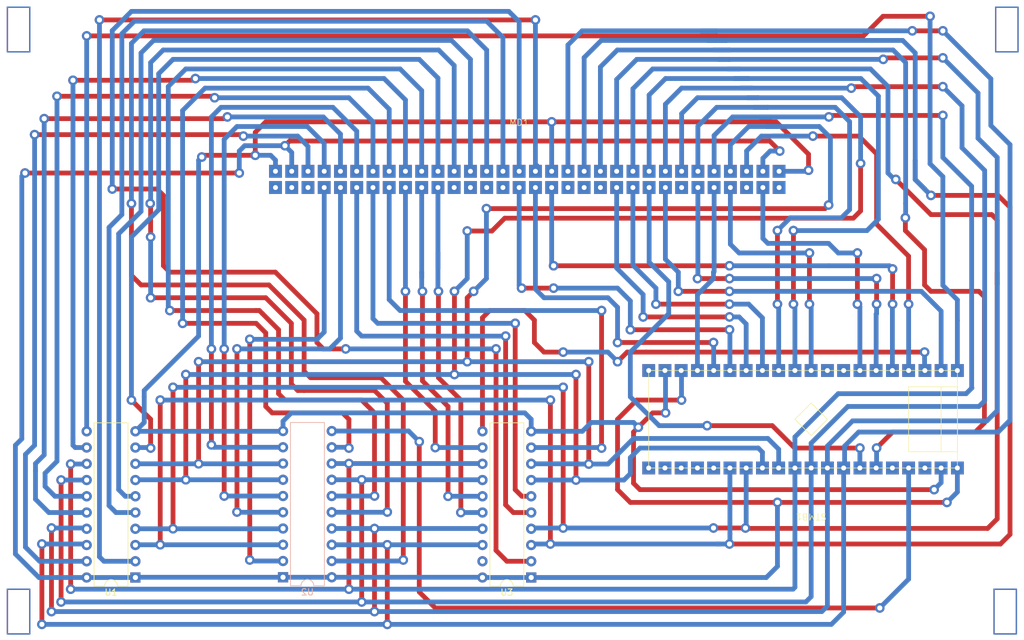
<source format=kicad_pcb>
(kicad_pcb (version 20240108) (generator "pcbnew") (generator_version "8.0")
  (layers (0 "F.Cu" signal) (31 "B.Cu" signal) (34 "B.Paste" user) (35 "F.Paste" user) (36 "B.SilkS" user "B.Silkscreen") (37 "F.SilkS" user "F.Silkscreen") (38 "B.Mask" user) (39 "F.Mask" user) (44 "Edge.Cuts" user))
  (net 0 "")
  (net 1 "D10")
  (net 2 "D8")
  (net 3 "D3_V")
  (net 4 "D12")
  (net 6 "D15")
  (net 7 "GND")
  (net 8 "A3")
  (net 10 "A5")
  (net 11 "A6")
  (net 12 "A4")
  (net 13 "D5_V")
  (net 14 "D14")
  (net 15 "A20")
  (net 16 "MD_AS")
  (net 17 "A10")
  (net 20 "A1")
  (net 21 "A7")
  (net 22 "MD_CE")
  (net 23 "A19")
  (net 24 "A13")
  (net 25 "VCC5")
  (net 26 "D9")
  (net 29 "MD_OE")
  (net 30 "A2")
  (net 31 "D13")
  (net 32 "D6_V")
  (net 33 "MD_TIME")
  (net 35 "A18")
  (net 36 "A21")
  (net 37 "A9")
  (net 39 "D4_V")
  (net 40 "MD_UWR")
  (net 41 "A12")
  (net 42 "D0_V")
  (net 43 "A0")
  (net 44 "D11")
  (net 45 "D1_V")
  (net 47 "A22")
  (net 50 "D7_V")
  (net 52 "A8")
  (net 53 "MD_RST")
  (net 54 "A15")
  (net 55 "A17")
  (net 56 "D2_V")
  (net 57 "A11")
  (net 58 "A16")
  (net 59 "A14")
  (net 61 "MD_WE")
  (net 62 "CLK2")
  (net 67 "CLK3")
  (net 71 "CLK1")
  (footprint "Package_DIP:DIP-20_W7.62mm" (layer "F.Cu") (at 153.14 142.175 180)
    (property "Reference" "U3")
    (property "Value" "74LS273" (hide yes))
  )
  (footprint "Package_DIP:DIP-20_W7.62mm" (layer "F.Cu") (at 91.26 142.175 180)
    (property "Reference" "U1")
    (property "Value" "74LS273" (hide yes))
  )
  (footprint "STM32_Board:STM32F401CCU6 Board" (layer "F.Cu") (at 196.91 125.055 180)
    (property "Reference" "STMB1")
    (property "Value" "~" (hide yes))
  )
  (footprint "Conn_MD:Conn_MD" (layer "F.Cu") (at 151.26 78.665)
    (property "Reference" "MD1")
    (property "Value" "~" (hide yes))
  )
  (footprint "Package_DIP:DIP-20_W7.62mm" (layer "B.Cu") (at 114.34 142.135)
    (property "Reference" "U2")
    (property "Value" "74LS273" (hide yes))
  )
  (gr_rect (start 71.25 144) (end 74.75 151) (stroke (width 0.2)) (fill none) (layer "F.Cu"))
  (gr_rect (start 71.25 53) (end 74.75 60) (stroke (width 0.2)) (fill none) (layer "F.Cu"))
  (gr_rect (start 225.5 144) (end 229 151) (stroke (width 0.2)) (fill none) (layer "F.Cu"))
  (gr_rect (start 225.75 53) (end 229.25 60) (stroke (width 0.2)) (fill none) (layer "F.Cu"))
  (gr_rect (start 225.75 53) (end 229.25 60) (stroke (width 0.2)) (fill none) (layer "B.Cu"))
  (gr_rect (start 71.25 53) (end 74.75 60) (stroke (width 0.2)) (fill none) (layer "B.Cu"))
  (gr_rect (start 71.25 144) (end 74.75 151) (stroke (width 0.2)) (fill none) (layer "B.Cu"))
  (gr_rect (start 225.5 144) (end 229 151) (stroke (width 0.2)) (fill none) (layer "B.Cu"))
  (segment (start 191.64 99.435) (end 191.64 87.935) (width 0.75) (layer "F.Cu") (net 1))
  (via (at 191.64 99.435) (size 1.5) (drill 0.8) (layers "F.Cu" "B.Cu") (net 1))
  (via (at 191.64 87.935) (size 1.5) (drill 0.8) (layers "F.Cu" "B.Cu") (net 1))
  (segment (start 179.2 78.665) (end 179.2 71.605) (width 0.75) (layer "B.Cu") (net 1))
  (segment (start 191.83 99.625) (end 191.64 99.435) (width 0.75) (layer "B.Cu") (net 1))
  (segment (start 191.83 109.815) (end 191.83 99.625) (width 0.75) (layer "B.Cu") (net 1))
  (segment (start 201.64 85.935) (end 202.92 84.655) (width 0.75) (layer "B.Cu") (net 1))
  (segment (start 200.68 68.665) (end 190.14 68.665) (width 0.75) (layer "B.Cu") (net 1))
  (segment (start 182.14 68.665) (end 190.14 68.665) (width 0.75) (layer "B.Cu") (net 1))
  (segment (start 191.64 87.935) (end 193.64 85.935) (width 0.75) (layer "B.Cu") (net 1))
  (segment (start 179.2 71.605) (end 182.14 68.665) (width 0.75) (layer "B.Cu") (net 1))
  (segment (start 202.92 70.905) (end 200.68 68.665) (width 0.75) (layer "B.Cu") (net 1))
  (segment (start 193.64 85.935) (end 201.64 85.935) (width 0.75) (layer "B.Cu") (net 1))
  (segment (start 202.92 84.655) (end 202.92 70.905) (width 0.75) (layer "B.Cu") (net 1))
  (segment (start 190.14 68.665) (end 187.92 68.665) (width 0.75) (layer "B.Cu") (net 1))
  (segment (start 214.64 96.435) (end 214.64 90.935) (width 0.75) (layer "F.Cu") (net 2))
  (segment (start 211.64 87.935) (end 211.64 85.935) (width 0.75) (layer "F.Cu") (net 2))
  (segment (start 222.565 119.435) (end 224 118) (width 0.75) (layer "F.Cu") (net 2))
  (segment (start 215.64 97.435) (end 214.64 96.435) (width 0.75) (layer "F.Cu") (net 2))
  (segment (start 207.14 121.935) (end 209.64 119.435) (width 0.75) (layer "F.Cu") (net 2))
  (segment (start 224 118) (end 224 98.295) (width 0.75) (layer "F.Cu") (net 2))
  (segment (start 224 98.295) (end 223.14 97.435) (width 0.75) (layer "F.Cu") (net 2))
  (segment (start 209.64 119.435) (end 222.565 119.435) (width 0.75) (layer "F.Cu") (net 2))
  (segment (start 223.14 97.435) (end 215.64 97.435) (width 0.75) (layer "F.Cu") (net 2))
  (segment (start 214.64 90.935) (end 211.64 87.935) (width 0.75) (layer "F.Cu") (net 2))
  (via (at 211.64 85.935) (size 1.5) (drill 0.8) (layers "F.Cu" "B.Cu") (net 2))
  (via (at 207.14 121.935) (size 1.5) (drill 0.8) (layers "F.Cu" "B.Cu") (net 2))
  (segment (start 211.68 61.665) (end 209.72 59.705) (width 0.75) (layer "B.Cu") (net 2))
  (segment (start 207.14 124.985) (end 207.07 125.055) (width 0.75) (layer "B.Cu") (net 2))
  (segment (start 207.14 121.935) (end 207.14 124.985) (width 0.75) (layer "B.Cu") (net 2))
  (segment (start 211.68 85.895) (end 211.64 85.935) (width 0.75) (layer "B.Cu") (net 2))
  (segment (start 184.14 59.705) (end 181.68 59.705) (width 0.75) (layer "B.Cu") (net 2))
  (segment (start 163.96 78.665) (end 163.96 62.345) (width 0.75) (layer "B.Cu") (net 2))
  (segment (start 209.72 59.705) (end 184.14 59.705) (width 0.75) (layer "B.Cu") (net 2))
  (segment (start 211.68 83.705) (end 211.68 61.665) (width 0.75) (layer "B.Cu") (net 2))
  (segment (start 163.96 62.345) (end 166.6 59.705) (width 0.75) (layer "B.Cu") (net 2))
  (segment (start 211.68 83.705) (end 211.68 85.895) (width 0.75) (layer "B.Cu") (net 2))
  (segment (start 166.6 59.705) (end 184.14 59.705) (width 0.75) (layer "B.Cu") (net 2))
  (segment (start 199.075 84.5) (end 199.64 83.935) (width 0.75) (layer "F.Cu") (net 3))
  (segment (start 143.14 98.435) (end 143.14 108.435) (width 0.75) (layer "F.Cu") (net 3))
  (segment (start 101.14 124.395) (end 101.14 108.435) (width 0.75) (layer "F.Cu") (net 3))
  (segment (start 162.14 108.435) (end 162.14 124.435) (width 0.75) (layer "F.Cu") (net 3))
  (segment (start 144.14 97.435) (end 143.14 98.435) (width 0.75) (layer "F.Cu") (net 3))
  (segment (start 146.14 84.5) (end 199.075 84.5) (width 0.75) (layer "F.Cu") (net 3))
  (via (at 162.14 124.435) (size 1.5) (drill 0.8) (layers "F.Cu" "B.Cu") (net 3))
  (via (at 101.14 108.435) (size 1.5) (drill 0.8) (layers "F.Cu" "B.Cu") (net 3))
  (via (at 144.14 97.435) (size 1.5) (drill 0.8) (layers "F.Cu" "B.Cu") (net 3))
  (via (at 143.14 108.435) (size 1.5) (drill 0.8) (layers "F.Cu" "B.Cu") (net 3))
  (via (at 146.14 84.5) (size 1.5) (drill 0.8) (layers "F.Cu" "B.Cu") (net 3))
  (via (at 101.14 124.395) (size 1.5) (drill 0.8) (layers "F.Cu" "B.Cu") (net 3))
  (via (at 199.64 83.935) (size 1.5) (drill 0.8) (layers "F.Cu" "B.Cu") (net 3))
  (via (at 162.14 108.435) (size 1.5) (drill 0.8) (layers "F.Cu" "B.Cu") (net 3))
  (segment (start 191.64 71.665) (end 189.92 71.665) (width 0.75) (layer "B.Cu") (net 3))
  (segment (start 199.91 83.665) (end 199.64 83.935) (width 0.75) (layer "B.Cu") (net 3))
  (segment (start 91.26 124.395) (end 114.3 124.395) (width 0.75) (layer "B.Cu") (net 3))
  (segment (start 199.92 83.665) (end 199.91 83.665) (width 0.75) (layer "B.Cu") (net 3))
  (segment (start 165.14 124.435) (end 169.14 120.435) (width 0.75) (layer "B.Cu") (net 3))
  (segment (start 160.6 124.395) (end 153.14 124.395) (width 0.75) (layer "B.Cu") (net 3))
  (segment (start 162.14 124.435) (end 160.64 124.435) (width 0.75) (layer "B.Cu") (net 3))
  (segment (start 160.64 124.435) (end 160.6 124.395) (width 0.75) (layer "B.Cu") (net 3))
  (segment (start 187.14 71.665) (end 191.64 71.665) (width 0.75) (layer "B.Cu") (net 3))
  (segment (start 199.92 73.405) (end 198.18 71.665) (width 0.75) (layer "B.Cu") (net 3))
  (segment (start 191.83 122.125) (end 191.83 125.055) (width 0.75) (layer "B.Cu") (net 3))
  (segment (start 146.14 95.435) (end 144.14 97.435) (width 0.75) (layer "B.Cu") (net 3))
  (segment (start 143.14 108.435) (end 101.14 108.435) (width 0.75) (layer "B.Cu") (net 3))
  (segment (start 190.14 120.435) (end 191.83 122.125) (width 0.75) (layer "B.Cu") (net 3))
  (segment (start 169.14 120.435) (end 190.14 120.435) (width 0.75) (layer "B.Cu") (net 3))
  (segment (start 162.14 124.435) (end 165.14 124.435) (width 0.75) (layer "B.Cu") (net 3))
  (segment (start 199.92 83.665) (end 199.92 73.405) (width 0.75) (layer "B.Cu") (net 3))
  (segment (start 184.28 74.525) (end 187.14 71.665) (width 0.75) (layer "B.Cu") (net 3))
  (segment (start 114.3 124.395) (end 114.34 124.355) (width 0.75) (layer "B.Cu") (net 3))
  (segment (start 184.28 78.665) (end 184.28 74.525) (width 0.75) (layer "B.Cu") (net 3))
  (segment (start 198.18 71.665) (end 191.64 71.665) (width 0.75) (layer "B.Cu") (net 3))
  (segment (start 146.14 84.5) (end 146.14 95.435) (width 0.75) (layer "B.Cu") (net 3))
  (segment (start 162.14 108.435) (end 143.14 108.435) (width 0.75) (layer "B.Cu") (net 3))
  (segment (start 184.14 97.435) (end 176.14 97.435) (width 0.75) (layer "F.Cu") (net 4))
  (via (at 176.14 97.435) (size 1.5) (drill 0.8) (layers "F.Cu" "B.Cu") (net 4))
  (via (at 184.14 97.435) (size 1.5) (drill 0.8) (layers "F.Cu" "B.Cu") (net 4))
  (segment (start 214.64 97.935) (end 214.14 97.435) (width 0.75) (layer "B.Cu") (net 4))
  (segment (start 217.23 100.525) (end 214.64 97.935) (width 0.75) (layer "B.Cu") (net 4))
  (segment (start 214.14 97.435) (end 184.14 97.435) (width 0.75) (layer "B.Cu") (net 4))
  (segment (start 174.12 92.415) (end 174.12 81.205) (width 0.75) (layer "B.Cu") (net 4))
  (segment (start 217.23 109.815) (end 217.23 100.525) (width 0.75) (layer "B.Cu") (net 4))
  (segment (start 176.14 94.435) (end 174.12 92.415) (width 0.75) (layer "B.Cu") (net 4))
  (segment (start 176.14 97.435) (end 176.14 94.435) (width 0.75) (layer "B.Cu") (net 4))
  (segment (start 184.14 101.435) (end 170.64 101.435) (width 0.75) (layer "F.Cu") (net 6))
  (via (at 170.64 101.435) (size 1.5) (drill 0.8) (layers "F.Cu" "B.Cu") (net 6))
  (via (at 184.14 101.435) (size 1.5) (drill 0.8) (layers "F.Cu" "B.Cu") (net 6))
  (segment (start 186.75 102.545) (end 185.64 101.435) (width 0.75) (layer "B.Cu") (net 6))
  (segment (start 186.75 109.815) (end 186.75 102.545) (width 0.75) (layer "B.Cu") (net 6))
  (segment (start 185.64 101.435) (end 184.14 101.435) (width 0.75) (layer "B.Cu") (net 6))
  (segment (start 170.64 97.935) (end 166.5 93.795) (width 0.75) (layer "B.Cu") (net 6))
  (segment (start 166.5 93.795) (end 166.5 81.205) (width 0.75) (layer "B.Cu") (net 6))
  (segment (start 170.64 101.435) (end 170.64 97.935) (width 0.75) (layer "B.Cu") (net 6))
  (segment (start 172.14 116.435) (end 169.14 119.435) (width 0.75) (layer "F.Cu") (net 7))
  (segment (start 110 76.165) (end 110 72.575) (width 0.75) (layer "F.Cu") (net 7))
  (segment (start 169.14 127.435) (end 170.14 128.435) (width 0.75) (layer "F.Cu") (net 7))
  (segment (start 110 72.575) (end 111.64 70.935) (width 0.75) (layer "F.Cu") (net 7))
  (segment (start 170.14 128.435) (end 216.14 128.435) (width 0.75) (layer "F.Cu") (net 7))
  (segment (start 101.91 76.165) (end 101.64 76.435) (width 0.75) (layer "F.Cu") (net 7))
  (segment (start 111.64 70.935) (end 191.435 70.935) (width 0.75) (layer "F.Cu") (net 7))
  (segment (start 191.435 70.935) (end 196.5 76) (width 0.75) (layer "F.Cu") (net 7))
  (segment (start 110 76.165) (end 101.91 76.165) (width 0.75) (layer "F.Cu") (net 7))
  (segment (start 196.5 76) (end 196.5 78.5) (width 0.75) (layer "F.Cu") (net 7))
  (segment (start 169.14 119.435) (end 169.14 127.435) (width 0.75) (layer "F.Cu") (net 7))
  (segment (start 174.14 116.435) (end 172.14 116.435) (width 0.75) (layer "F.Cu") (net 7))
  (via (at 110 76.165) (size 1.5) (drill 0.8) (layers "F.Cu" "B.Cu") (net 7))
  (via (at 101.64 76.435) (size 1.5) (drill 0.8) (layers "F.Cu" "B.Cu") (net 7))
  (via (at 216.14 128.435) (size 1.5) (drill 0.8) (layers "F.Cu" "B.Cu") (net 7))
  (via (at 156.34 70.935) (size 1.5) (drill 0.8) (layers "F.Cu" "B.Cu") (net 7))
  (via (at 196.5 78.5) (size 1.5) (drill 0.8) (layers "F.Cu" "B.Cu") (net 7))
  (via (at 174.14 116.435) (size 1.5) (drill 0.8) (layers "F.Cu" "B.Cu") (net 7))
  (via (at 169.89 118.685) (size 1.5) (drill 0.8) (layers "F.Cu" "B.Cu") (net 7))
  (segment (start 101.14 76.935) (end 101.64 76.435) (width 0.75) (layer "B.Cu") (net 7))
  (segment (start 152.14 116.435) (end 153.14 117.435) (width 0.75) (layer "B.Cu") (net 7))
  (segment (start 115.64 116.435) (end 152.14 116.435) (width 0.75) (layer "B.Cu") (net 7))
  (segment (start 174.14 109.905) (end 174.05 109.815) (width 0.75) (layer "B.Cu") (net 7))
  (segment (start 153.14 117.435) (end 153.14 119.315) (width 0.75) (layer "B.Cu") (net 7))
  (segment (start 110 76.165) (end 112.4 76.165) (width 0.75) (layer "B.Cu") (net 7))
  (segment (start 113.16 76.925) (end 113.16 78.665) (width 0.75) (layer "B.Cu") (net 7))
  (segment (start 92.64 113.935) (end 92.64 112.935) (width 0.75) (layer "B.Cu") (net 7))
  (segment (start 217.23 125.055) (end 217.23 127.345) (width 0.75) (layer "B.Cu") (net 7))
  (segment (start 174.14 116.435) (end 174.14 109.905) (width 0.75) (layer "B.Cu") (net 7))
  (segment (start 112.4 76.165) (end 113.16 76.925) (width 0.75) (layer "B.Cu") (net 7))
  (segment (start 101.14 104.435) (end 101.14 76.935) (width 0.75) (layer "B.Cu") (net 7))
  (segment (start 153.14 119.315) (end 161.14 119.315) (width 0.75) (layer "B.Cu") (net 7))
  (segment (start 114.3 119.315) (end 114.34 119.275) (width 0.75) (layer "B.Cu") (net 7))
  (segment (start 156.34 70.935) (end 156.34 78.665) (width 0.75) (layer "B.Cu") (net 7))
  (segment (start 114.34 117.735) (end 115.64 116.435) (width 0.75) (layer "B.Cu") (net 7))
  (segment (start 169.14 117.935) (end 162.52 117.935) (width 0.75) (layer "B.Cu") (net 7))
  (segment (start 92.64 112.935) (end 101.14 104.435) (width 0.75) (layer "B.Cu") (net 7))
  (segment (start 91.26 119.315) (end 92.64 117.935) (width 0.75) (layer "B.Cu") (net 7))
  (segment (start 191.9 78.665) (end 196.335 78.665) (width 0.75) (layer "B.Cu") (net 7))
  (segment (start 162.52 117.935) (end 161.14 119.315) (width 0.75) (layer "B.Cu") (net 7))
  (segment (start 91.26 119.315) (end 114.3 119.315) (width 0.75) (layer "B.Cu") (net 7))
  (segment (start 114.34 119.275) (end 114.34 117.735) (width 0.75) (layer "B.Cu") (net 7))
  (segment (start 217.23 127.345) (end 216.14 128.435) (width 0.75) (layer "B.Cu") (net 7))
  (segment (start 169.89 118.685) (end 169.14 117.935) (width 0.75) (layer "B.Cu") (net 7))
  (segment (start 92.64 117.935) (end 92.64 113.935) (width 0.75) (layer "B.Cu") (net 7))
  (segment (start 196.335 78.665) (end 196.5 78.5) (width 0.75) (layer "B.Cu") (net 7))
  (segment (start 93.64 121.935) (end 93.64 117.435) (width 0.75) (layer "F.Cu") (net 8))
  (segment (start 93.64 117.435) (end 92.64 116.435) (width 0.75) (layer "F.Cu") (net 8))
  (segment (start 92.64 116.435) (end 90.64 114.435) (width 0.75) (layer "F.Cu") (net 8))
  (via (at 90.64 114.435) (size 1.5) (drill 0.8) (layers "F.Cu" "B.Cu") (net 8))
  (via (at 93.64 121.935) (size 1.5) (drill 0.8) (layers "F.Cu" "B.Cu") (net 8))
  (segment (start 91.26 121.855) (end 93.56 121.855) (width 0.75) (layer "B.Cu") (net 8))
  (segment (start 90.64 88.935) (end 94.9 84.675) (width 0.75) (layer "B.Cu") (net 8))
  (segment (start 97.14 61.165) (end 135.64 61.165) (width 0.75) (layer "B.Cu") (net 8))
  (segment (start 93.56 121.855) (end 93.64 121.935) (width 0.75) (layer "B.Cu") (net 8))
  (segment (start 94.9 63.405) (end 97.14 61.165) (width 0.75) (layer "B.Cu") (net 8))
  (segment (start 138.56 64.085) (end 138.56 78.665) (width 0.75) (layer "B.Cu") (net 8))
  (segment (start 135.64 61.165) (end 138.56 64.085) (width 0.75) (layer "B.Cu") (net 8))
  (segment (start 90.64 114.435) (end 90.64 88.935) (width 0.75) (layer "B.Cu") (net 8))
  (segment (start 94.9 84.675) (end 94.9 63.405) (width 0.75) (layer "B.Cu") (net 8))
  (segment (start 103.41 66.935) (end 103.64 67.165) (width 0.75) (layer "F.Cu") (net 10))
  (segment (start 79 66.935) (end 103.41 66.935) (width 0.75) (layer "F.Cu") (net 10))
  (via (at 103.64 67.165) (size 1.5) (drill 0.8) (layers "F.Cu" "B.Cu") (net 10))
  (via (at 79 66.935) (size 1.5) (drill 0.8) (layers "F.Cu" "B.Cu") (net 10))
  (segment (start 124.64 67.165) (end 103.64 67.165) (width 0.75) (layer "B.Cu") (net 10))
  (segment (start 79 124) (end 79 66.935) (width 0.75) (layer "B.Cu") (net 10))
  (segment (start 78.68 129.475) (end 77.14 127.935) (width 0.75) (layer "B.Cu") (net 10))
  (segment (start 77.14 125.86) (end 79 124) (width 0.75) (layer "B.Cu") (net 10))
  (segment (start 128.4 70.925) (end 124.64 67.165) (width 0.75) (layer "B.Cu") (net 10))
  (segment (start 128.4 78.665) (end 128.4 70.925) (width 0.75) (layer "B.Cu") (net 10))
  (segment (start 83.64 129.475) (end 78.68 129.475) (width 0.75) (layer "B.Cu") (net 10))
  (segment (start 77.14 127.935) (end 77.14 127.5) (width 0.75) (layer "B.Cu") (net 10))
  (segment (start 77.14 127.5) (end 77.14 125.86) (width 0.75) (layer "B.Cu") (net 10))
  (segment (start 77 70.435) (end 105.37 70.435) (width 0.75) (layer "F.Cu") (net 11))
  (segment (start 105.37 70.435) (end 105.64 70.165) (width 0.75) (layer "F.Cu") (net 11))
  (via (at 77 70.435) (size 1.5) (drill 0.8) (layers "F.Cu" "B.Cu") (net 11))
  (via (at 105.64 70.165) (size 1.5) (drill 0.8) (layers "F.Cu" "B.Cu") (net 11))
  (segment (start 75.64 129.935) (end 75.64 125.5) (width 0.75) (layer "B.Cu") (net 11))
  (segment (start 120.64 70.165) (end 105.64 70.165) (width 0.75) (layer "B.Cu") (net 11))
  (segment (start 75.64 124.36) (end 77 123) (width 0.75) (layer "B.Cu") (net 11))
  (segment (start 123.32 72.845) (end 120.64 70.165) (width 0.75) (layer "B.Cu") (net 11))
  (segment (start 77.72 132.015) (end 75.64 129.935) (width 0.75) (layer "B.Cu") (net 11))
  (segment (start 83.64 132.015) (end 77.72 132.015) (width 0.75) (layer "B.Cu") (net 11))
  (segment (start 123.32 78.665) (end 123.32 72.845) (width 0.75) (layer "B.Cu") (net 11))
  (segment (start 75.64 125.5) (end 75.64 124.36) (width 0.75) (layer "B.Cu") (net 11))
  (segment (start 77 123) (end 77 70.435) (width 0.75) (layer "B.Cu") (net 11))
  (segment (start 100.37 64.435) (end 100.64 64.165) (width 0.75) (layer "F.Cu") (net 12))
  (segment (start 81.5 64.435) (end 100.37 64.435) (width 0.75) (layer "F.Cu") (net 12))
  (via (at 100.64 64.165) (size 1.5) (drill 0.8) (layers "F.Cu" "B.Cu") (net 12))
  (via (at 81.5 64.435) (size 1.5) (drill 0.8) (layers "F.Cu" "B.Cu") (net 12))
  (segment (start 81.5 120.5) (end 81.5 121.5) (width 0.75) (layer "B.Cu") (net 12))
  (segment (start 81.5 120.5) (end 81.5 64.435) (width 0.75) (layer "B.Cu") (net 12))
  (segment (start 83.64 121.855) (end 81.855 121.855) (width 0.75) (layer "B.Cu") (net 12))
  (segment (start 133.48 78.665) (end 133.48 67.505) (width 0.75) (layer "B.Cu") (net 12))
  (segment (start 133.48 67.505) (end 130.14 64.165) (width 0.75) (layer "B.Cu") (net 12))
  (segment (start 81.855 121.855) (end 81.5 121.5) (width 0.75) (layer "B.Cu") (net 12))
  (segment (start 130.14 64.165) (end 100.64 64.165) (width 0.75) (layer "B.Cu") (net 12))
  (segment (start 79.64 146) (end 79.64 126.935) (width 0.75) (layer "F.Cu") (net 13))
  (segment (start 126.64 126.895) (end 126.64 146) (width 0.75) (layer "F.Cu") (net 13))
  (segment (start 217.5 65.435) (end 203.41 65.435) (width 0.75) (layer "F.Cu") (net 13))
  (segment (start 203.41 65.435) (end 203.18 65.665) (width 0.75) (layer "F.Cu") (net 13))
  (via (at 126.64 126.895) (size 1.5) (drill 0.8) (layers "F.Cu" "B.Cu") (net 13))
  (via (at 203.18 65.665) (size 1.5) (drill 0.8) (layers "F.Cu" "B.Cu") (net 13))
  (via (at 79.64 146) (size 1.5) (drill 0.8) (layers "F.Cu" "B.Cu") (net 13))
  (via (at 217.5 65.435) (size 1.5) (drill 0.8) (layers "F.Cu" "B.Cu") (net 13))
  (via (at 126.64 146) (size 1.5) (drill 0.8) (layers "F.Cu" "B.Cu") (net 13))
  (via (at 79.64 126.935) (size 1.5) (drill 0.8) (layers "F.Cu" "B.Cu") (net 13))
  (segment (start 220.5 68.435) (end 217.5 65.435) (width 0.75) (layer "B.Cu") (net 13))
  (segment (start 126.64 146) (end 196.075 146) (width 0.75) (layer "B.Cu") (net 13))
  (segment (start 202.64 115.435) (end 223.14 115.435) (width 0.75) (layer "B.Cu") (net 13))
  (segment (start 176.64 65.665) (end 187.64 65.665) (width 0.75) (layer "B.Cu") (net 13))
  (segment (start 145.48 126.895) (end 145.52 126.935) (width 0.75) (layer "B.Cu") (net 13))
  (segment (start 223.14 115.435) (end 224.0375 114.5375) (width 0.75) (layer "B.Cu") (net 13))
  (segment (start 196.075 146) (end 196.91 145.165) (width 0.75) (layer "B.Cu") (net 13))
  (segment (start 196.91 121.165) (end 202.64 115.435) (width 0.75) (layer "B.Cu") (net 13))
  (segment (start 79.64 126.935) (end 83.64 126.935) (width 0.75) (layer "B.Cu") (net 13))
  (segment (start 174.12 78.665) (end 174.12 68.185) (width 0.75) (layer "B.Cu") (net 13))
  (segment (start 187.64 65.665) (end 203.18 65.665) (width 0.75) (layer "B.Cu") (net 13))
  (segment (start 121.96 126.895) (end 145.48 126.895) (width 0.75) (layer "B.Cu") (net 13))
  (segment (start 224.0375 114.5375) (end 224.0375 78.5375) (width 0.75) (layer "B.Cu") (net 13))
  (segment (start 224.0375 78.5375) (end 220.5 75) (width 0.75) (layer "B.Cu") (net 13))
  (segment (start 187.64 65.665) (end 185.92 65.665) (width 0.75) (layer "B.Cu") (net 13))
  (segment (start 126.64 146) (end 79.64 146) (width 0.75) (layer "B.Cu") (net 13))
  (segment (start 196.91 145.165) (end 196.91 125.055) (width 0.75) (layer "B.Cu") (net 13))
  (segment (start 196.91 125.055) (end 196.91 121.165) (width 0.75) (layer "B.Cu") (net 13))
  (segment (start 220.5 75) (end 220.5 68.435) (width 0.75) (layer "B.Cu") (net 13))
  (segment (start 174.12 68.185) (end 176.64 65.665) (width 0.75) (layer "B.Cu") (net 13))
  (segment (start 184.14 99.435) (end 172.64 99.435) (width 0.75) (layer "F.Cu") (net 14))
  (via (at 184.14 99.435) (size 1.5) (drill 0.8) (layers "F.Cu" "B.Cu") (net 14))
  (via (at 172.64 99.435) (size 1.5) (drill 0.8) (layers "F.Cu" "B.Cu") (net 14))
  (segment (start 189.29 101.585) (end 187.14 99.435) (width 0.75) (layer "B.Cu") (net 14))
  (segment (start 172.64 96.935) (end 169.04 93.335) (width 0.75) (layer "B.Cu") (net 14))
  (segment (start 169.04 93.335) (end 169.04 81.205) (width 0.75) (layer "B.Cu") (net 14))
  (segment (start 187.14 99.435) (end 184.14 99.435) (width 0.75) (layer "B.Cu") (net 14))
  (segment (start 189.29 109.815) (end 189.29 101.585) (width 0.75) (layer "B.Cu") (net 14))
  (segment (start 172.64 99.435) (end 172.64 96.935) (width 0.75) (layer "B.Cu") (net 14))
  (segment (start 133.48 111.5) (end 138.14 116.16) (width 0.75) (layer "F.Cu") (net 15))
  (segment (start 133.48 97.435) (end 133.48 111.5) (width 0.75) (layer "F.Cu") (net 15))
  (segment (start 138.14 116.16) (end 138.14 121.855) (width 0.75) (layer "F.Cu") (net 15))
  (via (at 133.48 97.435) (size 1.5) (drill 0.8) (layers "F.Cu" "B.Cu") (net 15))
  (via (at 138.14 121.855) (size 1.5) (drill 0.8) (layers "F.Cu" "B.Cu") (net 15))
  (segment (start 133.48 97.435) (end 133.48 81.205) (width 0.75) (layer "B.Cu") (net 15))
  (segment (start 133.48 97.775) (end 133.48 97.435) (width 0.75) (layer "B.Cu") (net 15))
  (segment (start 138.14 121.855) (end 145.52 121.855) (width 0.75) (layer "B.Cu") (net 15))
  (segment (start 209.64 99.435) (end 209.64 93.935) (width 0.75) (layer "F.Cu") (net 16))
  (segment (start 184.14 93.435) (end 156.64 93.435) (width 0.75) (layer "F.Cu") (net 16))
  (via (at 209.64 93.935) (size 1.5) (drill 0.8) (layers "F.Cu" "B.Cu") (net 16))
  (via (at 184.14 93.435) (size 1.5) (drill 0.8) (layers "F.Cu" "B.Cu") (net 16))
  (via (at 209.64 99.435) (size 1.5) (drill 0.8) (layers "F.Cu" "B.Cu") (net 16))
  (via (at 156.64 93.435) (size 1.5) (drill 0.8) (layers "F.Cu" "B.Cu") (net 16))
  (segment (start 209.61 99.465) (end 209.64 99.435) (width 0.75) (layer "B.Cu") (net 16))
  (segment (start 156.34 81.205) (end 156.34 93.135) (width 0.75) (layer "B.Cu") (net 16))
  (segment (start 156.34 93.135) (end 156.64 93.435) (width 0.75) (layer "B.Cu") (net 16))
  (segment (start 199.64 93.435) (end 184.14 93.435) (width 0.75) (layer "B.Cu") (net 16))
  (segment (start 209.14 93.435) (end 199.64 93.435) (width 0.75) (layer "B.Cu") (net 16))
  (segment (start 209.61 109.815) (end 209.61 99.465) (width 0.75) (layer "B.Cu") (net 16))
  (segment (start 209.64 93.935) (end 209.14 93.435) (width 0.75) (layer "B.Cu") (net 16))
  (segment (start 105.14 129.435) (end 105.14 106.435) (width 0.75) (layer "F.Cu") (net 17))
  (via (at 105.14 129.435) (size 1.5) (drill 0.8) (layers "F.Cu" "B.Cu") (net 17))
  (via (at 105.14 106.435) (size 1.5) (drill 0.8) (layers "F.Cu" "B.Cu") (net 17))
  (segment (start 120.78 74.305) (end 118.14 71.665) (width 0.75) (layer "B.Cu") (net 17))
  (segment (start 118.14 71.665) (end 107.14 71.665) (width 0.75) (layer "B.Cu") (net 17))
  (segment (start 107.14 71.665) (end 107.005 71.8) (width 0.75) (layer "B.Cu") (net 17))
  (segment (start 114.34 129.435) (end 105.14 129.435) (width 0.75) (layer "B.Cu") (net 17))
  (segment (start 120.78 78.665) (end 120.78 74.305) (width 0.75) (layer "B.Cu") (net 17))
  (segment (start 105.14 106.435) (end 105.14 73.665) (width 0.75) (layer "B.Cu") (net 17))
  (segment (start 105.14 73.665) (end 107.005 71.8) (width 0.75) (layer "B.Cu") (net 17))
  (segment (start 148.72 57.745) (end 148.72 78.665) (width 0.75) (layer "B.Cu") (net 20))
  (segment (start 87.14 130.935) (end 87.14 87.435) (width 0.75) (layer "B.Cu") (net 20))
  (segment (start 89.14 85.435) (end 89.14 57.165) (width 0.75) (layer "B.Cu") (net 20))
  (segment (start 87.14 87.435) (end 89.14 85.435) (width 0.75) (layer "B.Cu") (net 20))
  (segment (start 146.18 55.205) (end 148.72 57.745) (width 0.75) (layer "B.Cu") (net 20))
  (segment (start 91.1 55.205) (end 146.18 55.205) (width 0.75) (layer "B.Cu") (net 20))
  (segment (start 89.14 57.165) (end 91.1 55.205) (width 0.75) (layer "B.Cu") (net 20))
  (segment (start 91.26 132.015) (end 88.22 132.015) (width 0.75) (layer "B.Cu") (net 20))
  (segment (start 88.22 132.015) (end 87.14 130.935) (width 0.75) (layer "B.Cu") (net 20))
  (segment (start 75.5 72.935) (end 107.91 72.935) (width 0.75) (layer "F.Cu") (net 21))
  (segment (start 107.91 72.935) (end 108.14 73.165) (width 0.75) (layer "F.Cu") (net 21))
  (via (at 75.5 72.935) (size 1.5) (drill 0.8) (layers "F.Cu" "B.Cu") (net 21))
  (via (at 108.14 73.165) (size 1.5) (drill 0.8) (layers "F.Cu" "B.Cu") (net 21))
  (segment (start 118.24 74.765) (end 116.64 73.165) (width 0.75) (layer "B.Cu") (net 21))
  (segment (start 76.275 139.635) (end 74.32 137.68) (width 0.75) (layer "B.Cu") (net 21))
  (segment (start 83.64 139.635) (end 76.275 139.635) (width 0.75) (layer "B.Cu") (net 21))
  (segment (start 75.5 121.5) (end 75.5 72.935) (width 0.75) (layer "B.Cu") (net 21))
  (segment (start 74.32 137.68) (end 74.07 137.43) (width 0.75) (layer "B.Cu") (net 21))
  (segment (start 74.07 122.93) (end 75.5 121.5) (width 0.75) (layer "B.Cu") (net 21))
  (segment (start 118.24 78.665) (end 118.24 74.765) (width 0.75) (layer "B.Cu") (net 21))
  (segment (start 74.07 137.43) (end 74.07 122.93) (width 0.75) (layer "B.Cu") (net 21))
  (segment (start 116.64 73.165) (end 108.14 73.165) (width 0.75) (layer "B.Cu") (net 21))
  (segment (start 181.64 105.435) (end 166.64 105.435) (width 0.75) (layer "F.Cu") (net 22))
  (via (at 166.64 105.435) (size 1.5) (drill 0.8) (layers "F.Cu" "B.Cu") (net 22))
  (via (at 181.64 105.435) (size 1.5) (drill 0.8) (layers "F.Cu" "B.Cu") (net 22))
  (segment (start 181.67 105.465) (end 181.64 105.435) (width 0.75) (layer "B.Cu") (net 22))
  (segment (start 153.8 81.205) (end 153.8 97.095) (width 0.75) (layer "B.Cu") (net 22))
  (segment (start 153.8 97.095) (end 155.14 98.435) (width 0.75) (layer "B.Cu") (net 22))
  (segment (start 166.64 99.935) (end 165.14 98.435) (width 0.75) (layer "B.Cu") (net 22))
  (segment (start 166.64 105.435) (end 166.64 99.935) (width 0.75) (layer "B.Cu") (net 22))
  (segment (start 165.14 98.435) (end 155.14 98.435) (width 0.75) (layer "B.Cu") (net 22))
  (segment (start 181.67 109.815) (end 181.67 105.465) (width 0.75) (layer "B.Cu") (net 22))
  (segment (start 164.14 121.935) (end 164.14 100.435) (width 0.75) (layer "F.Cu") (net 23))
  (via (at 164.14 121.935) (size 1.5) (drill 0.8) (layers "F.Cu" "B.Cu") (net 23))
  (via (at 164.14 100.435) (size 1.5) (drill 0.8) (layers "F.Cu" "B.Cu") (net 23))
  (segment (start 164.06 121.855) (end 164.14 121.935) (width 0.75) (layer "B.Cu") (net 23))
  (segment (start 132.64 100.435) (end 164.14 100.435) (width 0.75) (layer "B.Cu") (net 23))
  (segment (start 153.14 121.855) (end 164.06 121.855) (width 0.75) (layer "B.Cu") (net 23))
  (segment (start 130.94 98.735) (end 132.64 100.435) (width 0.75) (layer "B.Cu") (net 23))
  (segment (start 130.94 81.205) (end 130.94 98.735) (width 0.75) (layer "B.Cu") (net 23))
  (segment (start 128.64 129.435) (end 128.64 116.435) (width 0.75) (layer "F.Cu") (net 24))
  (segment (start 113.64 103.435) (end 111.14 100.935) (width 0.75) (layer "F.Cu") (net 24))
  (segment (start 111.14 100.935) (end 110.64 100.435) (width 0.75) (layer "F.Cu") (net 24))
  (segment (start 114.64 114.435) (end 113.64 113.435) (width 0.75) (layer "F.Cu") (net 24))
  (segment (start 126.64 114.435) (end 126.14 114.435) (width 0.75) (layer "F.Cu") (net 24))
  (segment (start 126.14 114.435) (end 114.64 114.435) (width 0.75) (layer "F.Cu") (net 24))
  (segment (start 110.14 100.435) (end 96.64 100.435) (width 0.75) (layer "F.Cu") (net 24))
  (segment (start 128.64 116.435) (end 127.14 114.935) (width 0.75) (layer "F.Cu") (net 24))
  (segment (start 110.64 100.435) (end 110.14 100.435) (width 0.75) (layer "F.Cu") (net 24))
  (segment (start 113.64 113.435) (end 113.64 103.435) (width 0.75) (layer "F.Cu") (net 24))
  (segment (start 127.14 114.935) (end 126.64 114.435) (width 0.75) (layer "F.Cu") (net 24))
  (via (at 128.64 129.435) (size 1.5) (drill 0.8) (layers "F.Cu" "B.Cu") (net 24))
  (via (at 96.64 100.435) (size 1.5) (drill 0.8) (layers "F.Cu" "B.Cu") (net 24))
  (segment (start 96.4 65.405) (end 96.4 100.195) (width 0.75) (layer "B.Cu") (net 24))
  (segment (start 99.14 62.665) (end 96.4 65.405) (width 0.75) (layer "B.Cu") (net 24))
  (segment (start 136.02 66.045) (end 132.64 62.665) (width 0.75) (layer "B.Cu") (net 24))
  (segment (start 96.4 100.195) (end 96.64 100.435) (width 0.75) (layer "B.Cu") (net 24))
  (segment (start 136.02 78.665) (end 136.02 66.045) (width 0.75) (layer "B.Cu") (net 24))
  (segment (start 121.96 129.435) (end 128.64 129.435) (width 0.75) (layer "B.Cu") (net 24))
  (segment (start 132.64 62.665) (end 99.14 62.665) (width 0.75) (layer "B.Cu") (net 24))
  (segment (start 107.5 78.935) (end 74 78.935) (width 0.75) (layer "F.Cu") (net 25))
  (segment (start 115.37 73.935) (end 114.64 74.665) (width 0.75) (layer "F.Cu") (net 25))
  (segment (start 190.435 73.935) (end 115.37 73.935) (width 0.75) (layer "F.Cu") (net 25))
  (segment (start 218.14 130.435) (end 191.64 130.435) (width 0.75) (layer "F.Cu") (net 25))
  (segment (start 166.64 117.435) (end 169.64 114.435) (width 0.75) (layer "F.Cu") (net 25))
  (segment (start 192 75.5) (end 190.435 73.935) (width 0.75) (layer "F.Cu") (net 25))
  (segment (start 166.64 128.435) (end 166.64 117.435) (width 0.75) (layer "F.Cu") (net 25))
  (segment (start 191.64 130.435) (end 168.64 130.435) (width 0.75) (layer "F.Cu") (net 25))
  (segment (start 168.64 130.435) (end 166.64 128.435) (width 0.75) (layer "F.Cu") (net 25))
  (segment (start 169.64 114.435) (end 176.64 114.435) (width 0.75) (layer "F.Cu") (net 25))
  (via (at 114.64 74.665) (size 1.5) (drill 0.8) (layers "F.Cu" "B.Cu") (net 25))
  (via (at 192 75.5) (size 1.5) (drill 0.8) (layers "F.Cu" "B.Cu") (net 25))
  (via (at 176.64 114.435) (size 1.5) (drill 0.8) (layers "F.Cu" "B.Cu") (net 25))
  (via (at 107.5 78.935) (size 1.5) (drill 0.8) (layers "F.Cu" "B.Cu") (net 25))
  (via (at 191.64 130.435) (size 1.5) (drill 0.8) (layers "F.Cu" "B.Cu") (net 25))
  (via (at 218.14 130.435) (size 1.5) (drill 0.8) (layers "F.Cu" "B.Cu") (net 25))
  (via (at 74 78.935) (size 1.5) (drill 0.8) (layers "F.Cu" "B.Cu") (net 25))
  (segment (start 153.14 142.175) (end 145.52 142.175) (width 0.75) (layer "B.Cu") (net 25))
  (segment (start 219.77 125.055) (end 219.77 128.805) (width 0.75) (layer "B.Cu") (net 25))
  (segment (start 72.5 121.5) (end 73.5 120.5) (width 0.75) (layer "B.Cu") (net 25))
  (segment (start 115.7 78.665) (end 115.7 75.725) (width 0.75) (layer "B.Cu") (net 25))
  (segment (start 107.5 78.935) (end 107.5 75.5) (width 0.75) (layer "B.Cu") (net 25))
  (segment (start 76.175 142.175) (end 72.5 138.5) (width 0.75) (layer "B.Cu") (net 25))
  (segment (start 189.9 142.175) (end 191.64 140.435) (width 0.75) (layer "B.Cu") (net 25))
  (segment (start 145.48 142.135) (end 145.52 142.175) (width 0.75) (layer "B.Cu") (net 25))
  (segment (start 176.64 114.435) (end 176.64 109.865) (width 0.75) (layer "B.Cu") (net 25))
  (segment (start 79 142.175) (end 83.64 142.175) (width 0.75) (layer "B.Cu") (net 25))
  (segment (start 192 75.5) (end 190.5 75.5) (width 0.75) (layer "B.Cu") (net 25))
  (segment (start 153.14 142.175) (end 189.9 142.175) (width 0.75) (layer "B.Cu") (net 25))
  (segment (start 79 142.175) (end 76.175 142.175) (width 0.75) (layer "B.Cu") (net 25))
  (segment (start 190.5 75.5) (end 189.36 76.64) (width 0.75) (layer "B.Cu") (net 25))
  (segment (start 114.34 142.135) (end 91.3 142.135) (width 0.75) (layer "B.Cu") (net 25))
  (segment (start 219.77 128.805) (end 218.14 130.435) (width 0.75) (layer "B.Cu") (net 25))
  (segment (start 191.64 140.435) (end 191.64 130.435) (width 0.75) (layer "B.Cu") (net 25))
  (segment (start 83.64 142.175) (end 91.26 142.175) (width 0.75) (layer "B.Cu") (net 25))
  (segment (start 91.3 142.135) (end 91.26 142.175) (width 0.75) (layer "B.Cu") (net 25))
  (segment (start 176.64 109.865) (end 176.59 109.815) (width 0.75) (layer "B.Cu") (net 25))
  (segment (start 115.7 75.725) (end 114.64 74.665) (width 0.75) (layer "B.Cu") (net 25))
  (segment (start 72.5 138.5) (end 72.5 121.5) (width 0.75) (layer "B.Cu") (net 25))
  (segment (start 121.96 142.135) (end 114.34 142.135) (width 0.75) (layer "B.Cu") (net 25))
  (segment (start 121.96 142.135) (end 145.48 142.135) (width 0.75) (layer "B.Cu") (net 25))
  (segment (start 73.5 79.435) (end 74 78.935) (width 0.75) (layer "B.Cu") (net 25))
  (segment (start 107.5 75.5) (end 108.335 74.665) (width 0.75) (layer "B.Cu") (net 25))
  (segment (start 108.335 74.665) (end 114.64 74.665) (width 0.75) (layer "B.Cu") (net 25))
  (segment (start 189.36 76.64) (end 189.36 78.665) (width 0.75) (layer "B.Cu") (net 25))
  (segment (start 73.5 120.5) (end 73.5 79.435) (width 0.75) (layer "B.Cu") (net 25))
  (segment (start 194.14 99.435) (end 194.14 87.935) (width 0.75) (layer "F.Cu") (net 26))
  (via (at 194.14 99.435) (size 1.5) (drill 0.8) (layers "F.Cu" "B.Cu") (net 26))
  (via (at 194.14 87.935) (size 1.5) (drill 0.8) (layers "F.Cu" "B.Cu") (net 26))
  (segment (start 187.14 64.165) (end 184.92 64.165) (width 0.75) (layer "B.Cu") (net 26))
  (segment (start 207.42 66.905) (end 204.68 64.165) (width 0.75) (layer "B.Cu") (net 26))
  (segment (start 171.58 78.665) (end 171.58 66.725) (width 0.75) (layer "B.Cu") (net 26))
  (segment (start 171.58 66.725) (end 174.14 64.165) (width 0.75) (layer "B.Cu") (net 26))
  (segment (start 194.14 87.935) (end 205.64 87.935) (width 0.75) (layer "B.Cu") (net 26))
  (segment (start 204.68 64.165) (end 187.14 64.165) (width 0.75) (layer "B.Cu") (net 26))
  (segment (start 194.37 109.815) (end 194.37 99.665) (width 0.75) (layer "B.Cu") (net 26))
  (segment (start 174.14 64.165) (end 187.14 64.165) (width 0.75) (layer "B.Cu") (net 26))
  (segment (start 194.37 99.665) (end 194.14 99.435) (width 0.75) (layer "B.Cu") (net 26))
  (segment (start 207.42 86.155) (end 207.42 66.905) (width 0.75) (layer "B.Cu") (net 26))
  (segment (start 205.64 87.935) (end 207.42 86.155) (width 0.75) (layer "B.Cu") (net 26))
  (segment (start 156.64 96.935) (end 151.64 96.935) (width 0.75) (layer "F.Cu") (net 29))
  (segment (start 184.14 103.435) (end 168.64 103.435) (width 0.75) (layer "F.Cu") (net 29))
  (via (at 184.14 103.435) (size 1.5) (drill 0.8) (layers "F.Cu" "B.Cu") (net 29))
  (via (at 151.64 96.935) (size 1.5) (drill 0.8) (layers "F.Cu" "B.Cu") (net 29))
  (via (at 168.64 103.435) (size 1.5) (drill 0.8) (layers "F.Cu" "B.Cu") (net 29))
  (via (at 156.64 96.935) (size 1.5) (drill 0.8) (layers "F.Cu" "B.Cu") (net 29))
  (segment (start 151.26 96.555) (end 151.64 96.935) (width 0.75) (layer "B.Cu") (net 29))
  (segment (start 168.64 98.935) (end 166.64 96.935) (width 0.75) (layer "B.Cu") (net 29))
  (segment (start 151.26 81.205) (end 151.26 96.555) (width 0.75) (layer "B.Cu") (net 29))
  (segment (start 184.21 103.505) (end 184.14 103.435) (width 0.75) (layer "B.Cu") (net 29))
  (segment (start 184.21 109.815) (end 184.21 103.505) (width 0.75) (layer "B.Cu") (net 29))
  (segment (start 166.64 96.935) (end 156.64 96.935) (width 0.75) (layer "B.Cu") (net 29))
  (segment (start 168.64 103.435) (end 168.64 98.935) (width 0.75) (layer "B.Cu") (net 29))
  (segment (start 89.68 129.475) (end 88.64 128.435) (width 0.75) (layer "B.Cu") (net 30))
  (segment (start 94.1 58.205) (end 140.68 58.205) (width 0.75) (layer "B.Cu") (net 30))
  (segment (start 91.26 129.475) (end 89.68 129.475) (width 0.75) (layer "B.Cu") (net 30))
  (segment (start 88.64 128.435) (end 88.64 88.435) (width 0.75) (layer "B.Cu") (net 30))
  (segment (start 92.14 84.935) (end 92.14 60.165) (width 0.75) (layer "B.Cu") (net 30))
  (segment (start 88.64 88.435) (end 92.14 84.935) (width 0.75) (layer "B.Cu") (net 30))
  (segment (start 140.68 58.205) (end 143.64 61.165) (width 0.75) (layer "B.Cu") (net 30))
  (segment (start 143.64 61.165) (end 143.64 78.665) (width 0.75) (layer "B.Cu") (net 30))
  (segment (start 92.14 60.165) (end 94.1 58.205) (width 0.75) (layer "B.Cu") (net 30))
  (segment (start 204.53 121.935) (end 194.335 121.935) (width 0.75) (layer "F.Cu") (net 31))
  (segment (start 190.835 118.435) (end 180.64 118.435) (width 0.75) (layer "F.Cu") (net 31))
  (segment (start 194.335 121.935) (end 190.835 118.435) (width 0.75) (layer "F.Cu") (net 31))
  (via (at 204.53 121.935) (size 1.5) (drill 0.8) (layers "F.Cu" "B.Cu") (net 31))
  (via (at 180.64 118.435) (size 1.5) (drill 0.8) (layers "F.Cu" "B.Cu") (net 31))
  (segment (start 173.14 118.435) (end 168.64 113.935) (width 0.75) (layer "B.Cu") (net 31))
  (segment (start 174.64 100.935) (end 174.64 95.935) (width 0.75) (layer "B.Cu") (net 31))
  (segment (start 180.64 118.435) (end 173.14 118.435) (width 0.75) (layer "B.Cu") (net 31))
  (segment (start 168.64 106.935) (end 174.64 100.935) (width 0.75) (layer "B.Cu") (net 31))
  (segment (start 174.64 95.935) (end 171.58 92.875) (width 0.75) (layer "B.Cu") (net 31))
  (segment (start 171.58 92.875) (end 171.58 81.205) (width 0.75) (layer "B.Cu") (net 31))
  (segment (start 204.53 121.935) (end 204.53 125.055) (width 0.75) (layer "B.Cu") (net 31))
  (segment (start 168.64 113.935) (end 168.64 106.935) (width 0.75) (layer "B.Cu") (net 31))
  (segment (start 128.64 134.515) (end 128.64 147.5) (width 0.75) (layer "F.Cu") (net 32))
  (segment (start 208.41 60.935) (end 208.18 61.165) (width 0.75) (layer "F.Cu") (net 32))
  (segment (start 78.14 147.5) (end 78.14 134.435) (width 0.75) (layer "F.Cu") (net 32))
  (segment (start 217.5 60.935) (end 208.41 60.935) (width 0.75) (layer "F.Cu") (net 32))
  (via (at 128.64 134.515) (size 1.5) (drill 0.8) (layers "F.Cu" "B.Cu") (net 32))
  (via (at 128.64 147.5) (size 1.5) (drill 0.8) (layers "F.Cu" "B.Cu") (net 32))
  (via (at 78.14 134.435) (size 1.5) (drill 0.8) (layers "F.Cu" "B.Cu") (net 32))
  (via (at 217.5 60.935) (size 1.5) (drill 0.8) (layers "F.Cu" "B.Cu") (net 32))
  (via (at 78.14 147.5) (size 1.5) (drill 0.8) (layers "F.Cu" "B.Cu") (net 32))
  (via (at 208.18 61.165) (size 1.5) (drill 0.8) (layers "F.Cu" "B.Cu") (net 32))
  (segment (start 226 116.075) (end 226 76.5) (width 0.75) (layer "B.Cu") (net 32))
  (segment (start 166.5 78.665) (end 166.5 64.305) (width 0.75) (layer "B.Cu") (net 32))
  (segment (start 83.52 134.435) (end 83.64 134.555) (width 0.75) (layer "B.Cu") (net 32))
  (segment (start 223 66.435) (end 217.5 60.935) (width 0.75) (layer "B.Cu") (net 32))
  (segment (start 145.48 134.515) (end 145.52 134.555) (width 0.75) (layer "B.Cu") (net 32))
  (segment (start 128.64 147.5) (end 78.14 147.5) (width 0.75) (layer "B.Cu") (net 32))
  (segment (start 226 76.5) (end 223 73.5) (width 0.75) (layer "B.Cu") (net 32))
  (segment (start 223 73.5) (end 223 66.435) (width 0.75) (layer "B.Cu") (net 32))
  (segment (start 184.14 61.165) (end 208.18 61.165) (width 0.75) (layer "B.Cu") (net 32))
  (segment (start 128.64 147.5) (end 198.575 147.5) (width 0.75) (layer "B.Cu") (net 32))
  (segment (start 199.45 121.625) (end 203.39 117.685) (width 0.75) (layer "B.Cu") (net 32))
  (segment (start 199.45 125.055) (end 199.45 121.625) (width 0.75) (layer "B.Cu") (net 32))
  (segment (start 78.14 134.435) (end 83.52 134.435) (width 0.75) (layer "B.Cu") (net 32))
  (segment (start 121.96 134.515) (end 145.48 134.515) (width 0.75) (layer "B.Cu") (net 32))
  (segment (start 198.575 147.5) (end 199.45 146.625) (width 0.75) (layer "B.Cu") (net 32))
  (segment (start 184.14 61.165) (end 182.42 61.165) (width 0.75) (layer "B.Cu") (net 32))
  (segment (start 169.64 61.165) (end 184.14 61.165) (width 0.75) (layer "B.Cu") (net 32))
  (segment (start 224.39 117.685) (end 226 116.075) (width 0.75) (layer "B.Cu") (net 32))
  (segment (start 199.45 146.625) (end 199.45 125.055) (width 0.75) (layer "B.Cu") (net 32))
  (segment (start 166.5 64.305) (end 169.64 61.165) (width 0.75) (layer "B.Cu") (net 32))
  (segment (start 203.39 117.685) (end 224.39 117.685) (width 0.75) (layer "B.Cu") (net 32))
  (segment (start 204.14 99.435) (end 204.14 91.435) (width 0.75) (layer "F.Cu") (net 33))
  (via (at 204.14 91.435) (size 1.5) (drill 0.8) (layers "F.Cu" "B.Cu") (net 33))
  (via (at 204.14 99.435) (size 1.5) (drill 0.8) (layers "F.Cu" "B.Cu") (net 33))
  (segment (start 199.64 89.935) (end 190.14 89.935) (width 0.75) (layer "B.Cu") (net 33))
  (segment (start 204.14 91.435) (end 201.14 91.435) (width 0.75) (layer "B.Cu") (net 33))
  (segment (start 189.36 89.155) (end 189.36 81.205) (width 0.75) (layer "B.Cu") (net 33))
  (segment (start 204.53 109.815) (end 204.53 99.825) (width 0.75) (layer "B.Cu") (net 33))
  (segment (start 190.14 89.935) (end 189.36 89.155) (width 0.75) (layer "B.Cu") (net 33))
  (segment (start 201.14 91.435) (end 199.64 89.935) (width 0.75) (layer "B.Cu") (net 33))
  (segment (start 204.53 99.825) (end 204.14 99.435) (width 0.75) (layer "B.Cu") (net 33))
  (segment (start 151.68 129.475) (end 150.64 128.435) (width 0.75) (layer "F.Cu") (net 35))
  (segment (start 153.14 129.475) (end 151.68 129.475) (width 0.75) (layer "F.Cu") (net 35))
  (segment (start 150.64 128.435) (end 150.64 102.435) (width 0.75) (layer "F.Cu") (net 35))
  (via (at 150.64 102.435) (size 1.5) (drill 0.8) (layers "F.Cu" "B.Cu") (net 35))
  (segment (start 128.4 81.205) (end 128.4 101.695) (width 0.75) (layer "B.Cu") (net 35))
  (segment (start 129.14 102.435) (end 150.64 102.435) (width 0.75) (layer "B.Cu") (net 35))
  (segment (start 128.4 101.695) (end 129.14 102.435) (width 0.75) (layer "B.Cu") (net 35))
  (segment (start 136.14 111.435) (end 136.14 97.435) (width 0.75) (layer "F.Cu") (net 36))
  (segment (start 140.14 129.475) (end 140.14 115.435) (width 0.75) (layer "F.Cu") (net 36))
  (segment (start 140.14 115.435) (end 136.14 111.435) (width 0.75) (layer "F.Cu") (net 36))
  (via (at 140.14 129.475) (size 1.5) (drill 0.8) (layers "F.Cu" "B.Cu") (net 36))
  (via (at 136.14 97.435) (size 1.5) (drill 0.8) (layers "F.Cu" "B.Cu") (net 36))
  (segment (start 136.02 94.435) (end 136.02 95.315) (width 0.75) (layer "B.Cu") (net 36))
  (segment (start 136.02 81.205) (end 136.02 94.435) (width 0.75) (layer "B.Cu") (net 36))
  (segment (start 140.14 129.475) (end 145.52 129.475) (width 0.75) (layer "B.Cu") (net 36))
  (segment (start 136.02 97.315) (end 136.14 97.435) (width 0.75) (layer "B.Cu") (net 36))
  (segment (start 136.02 94.435) (end 136.02 97.315) (width 0.75) (layer "B.Cu") (net 36))
  (segment (start 107.14 131.935) (end 107.14 106.435) (width 0.75) (layer "F.Cu") (net 37))
  (via (at 107.14 131.935) (size 1.5) (drill 0.8) (layers "F.Cu" "B.Cu") (net 37))
  (via (at 107.14 106.435) (size 1.5) (drill 0.8) (layers "F.Cu" "B.Cu") (net 37))
  (segment (start 107.18 131.975) (end 107.14 131.935) (width 0.75) (layer "B.Cu") (net 37))
  (segment (start 123.32 104.755) (end 121.64 106.435) (width 0.75) (layer "B.Cu") (net 37))
  (segment (start 123.32 81.205) (end 123.32 104.755) (width 0.75) (layer "B.Cu") (net 37))
  (segment (start 107.14 106.435) (end 121.64 106.435) (width 0.75) (layer "B.Cu") (net 37))
  (segment (start 114.34 131.975) (end 107.18 131.975) (width 0.75) (layer "B.Cu") (net 37))
  (segment (start 124.64 124.355) (end 124.64 144) (width 0.75) (layer "F.Cu") (net 39))
  (segment (start 81.14 144) (end 81.14 124.435) (width 0.75) (layer "F.Cu") (net 39))
  (segment (start 199.91 69.935) (end 199.68 70.165) (width 0.75) (layer "F.Cu") (net 39))
  (segment (start 217.5 69.935) (end 199.91 69.935) (width 0.75) (layer "F.Cu") (net 39))
  (via (at 81.14 124.435) (size 1.5) (drill 0.8) (layers "F.Cu" "B.Cu") (net 39))
  (via (at 217.5 69.935) (size 1.5) (drill 0.8) (layers "F.Cu" "B.Cu") (net 39))
  (via (at 81.14 144) (size 1.5) (drill 0.8) (layers "F.Cu" "B.Cu") (net 39))
  (via (at 124.64 124.355) (size 1.5) (drill 0.8) (layers "F.Cu" "B.Cu") (net 39))
  (via (at 199.68 70.165) (size 1.5) (drill 0.8) (layers "F.Cu" "B.Cu") (net 39))
  (via (at 124.64 144) (size 1.5) (drill 0.8) (layers "F.Cu" "B.Cu") (net 39))
  (segment (start 194.37 120.205) (end 201.14 113.435) (width 0.75) (layer "B.Cu") (net 39))
  (segment (start 217.5 76.5) (end 217.5 69.935) (width 0.75) (layer "B.Cu") (net 39))
  (segment (start 81.14 124.435) (end 83.6 124.435) (width 0.75) (layer "B.Cu") (net 39))
  (segment (start 181.74 78.665) (end 181.74 73.065) (width 0.75) (layer "B.Cu") (net 39))
  (segment (start 121.96 124.355) (end 124.64 124.355) (width 0.75) (layer "B.Cu") (net 39))
  (segment (start 194.37 125.055) (end 194.37 120.205) (width 0.75) (layer "B.Cu") (net 39))
  (segment (start 124.64 144) (end 194.075 144) (width 0.75) (layer "B.Cu") (net 39))
  (segment (start 222.0375 112.5375) (end 222 112.5) (width 0.75) (layer "B.Cu") (net 39))
  (segment (start 83.6 124.435) (end 83.64 124.395) (width 0.75) (layer "B.Cu") (net 39))
  (segment (start 222 81) (end 217.5 76.5) (width 0.75) (layer "B.Cu") (net 39))
  (segment (start 194.37 143.705) (end 194.37 125.055) (width 0.75) (layer "B.Cu") (net 39))
  (segment (start 194.075 144) (end 194.37 143.705) (width 0.75) (layer "B.Cu") (net 39))
  (segment (start 184.64 70.165) (end 190.64 70.165) (width 0.75) (layer "B.Cu") (net 39))
  (segment (start 124.64 124.355) (end 145.48 124.355) (width 0.75) (layer "B.Cu") (net 39))
  (segment (start 201.14 113.435) (end 221.14 113.435) (width 0.75) (layer "B.Cu") (net 39))
  (segment (start 181.74 73.065) (end 184.64 70.165) (width 0.75) (layer "B.Cu") (net 39))
  (segment (start 145.48 124.355) (end 145.52 124.395) (width 0.75) (layer "B.Cu") (net 39))
  (segment (start 221.14 113.435) (end 222.0375 112.5375) (width 0.75) (layer "B.Cu") (net 39))
  (segment (start 124.64 144) (end 81.14 144) (width 0.75) (layer "B.Cu") (net 39))
  (segment (start 190.64 70.165) (end 188.92 70.165) (width 0.75) (layer "B.Cu") (net 39))
  (segment (start 199.68 70.165) (end 190.64 70.165) (width 0.75) (layer "B.Cu") (net 39))
  (segment (start 222 112.5) (end 222 81) (width 0.75) (layer "B.Cu") (net 39))
  (segment (start 196.64 91.435) (end 196.64 99.435) (width 0.75) (layer "F.Cu") (net 40))
  (via (at 196.64 91.435) (size 1.5) (drill 0.8) (layers "F.Cu" "B.Cu") (net 40))
  (via (at 196.64 99.435) (size 1.5) (drill 0.8) (layers "F.Cu" "B.Cu") (net 40))
  (segment (start 196.91 109.815) (end 196.91 99.705) (width 0.75) (layer "B.Cu") (net 40))
  (segment (start 184.28 90.075) (end 185.64 91.435) (width 0.75) (layer "B.Cu") (net 40))
  (segment (start 196.91 99.705) (end 196.64 99.435) (width 0.75) (layer "B.Cu") (net 40))
  (segment (start 184.28 81.205) (end 184.28 90.075) (width 0.75) (layer "B.Cu") (net 40))
  (segment (start 185.64 91.435) (end 196.64 91.435) (width 0.75) (layer "B.Cu") (net 40))
  (segment (start 111.64 115.435) (end 112.64 116.435) (width 0.75) (layer "F.Cu") (net 41))
  (segment (start 111.64 103.935) (end 111.64 115.435) (width 0.75) (layer "F.Cu") (net 41))
  (segment (start 110.14 102.435) (end 111.64 103.935) (width 0.75) (layer "F.Cu") (net 41))
  (segment (start 112.64 116.435) (end 123.64 116.435) (width 0.75) (layer "F.Cu") (net 41))
  (segment (start 123.64 116.435) (end 124.64 117.435) (width 0.75) (layer "F.Cu") (net 41))
  (segment (start 98.64 102.435) (end 110.14 102.435) (width 0.75) (layer "F.Cu") (net 41))
  (segment (start 124.64 117.435) (end 124.64 121.935) (width 0.75) (layer "F.Cu") (net 41))
  (via (at 98.64 102.435) (size 1.5) (drill 0.8) (layers "F.Cu" "B.Cu") (net 41))
  (via (at 124.64 121.935) (size 1.5) (drill 0.8) (layers "F.Cu" "B.Cu") (net 41))
  (segment (start 130.94 68.965) (end 130.94 78.665) (width 0.75) (layer "B.Cu") (net 41))
  (segment (start 124.52 121.815) (end 124.64 121.935) (width 0.75) (layer "B.Cu") (net 41))
  (segment (start 98.64 102.435) (end 98.64 69.165) (width 0.75) (layer "B.Cu") (net 41))
  (segment (start 98.64 69.165) (end 102.14 65.665) (width 0.75) (layer "B.Cu") (net 41))
  (segment (start 121.96 121.815) (end 124.52 121.815) (width 0.75) (layer "B.Cu") (net 41))
  (segment (start 127.64 65.665) (end 130.94 68.965) (width 0.75) (layer "B.Cu") (net 41))
  (segment (start 102.14 65.665) (end 127.64 65.665) (width 0.75) (layer "B.Cu") (net 41))
  (segment (start 228 135.435) (end 228 84.295) (width 0.75) (layer "F.Cu") (net 42))
  (segment (start 95.14 137.055) (end 95.14 114.435) (width 0.75) (layer "F.Cu") (net 42))
  (segment (start 226.5 136.935) (end 228 135.435) (width 0.75) (layer "F.Cu") (net 42))
  (segment (start 228 84.295) (end 226.14 82.435) (width 0.75) (layer "F.Cu") (net 42))
  (segment (start 156.14 114.435) (end 156.14 136.935) (width 0.75) (layer "F.Cu") (net 42))
  (segment (start 226.14 82.435) (end 215.64 82.435) (width 0.75) (layer "F.Cu") (net 42))
  (segment (start 184.14 136.935) (end 226.5 136.935) (width 0.75) (layer "F.Cu") (net 42))
  (via (at 95.14 137.055) (size 1.5) (drill 0.8) (layers "F.Cu" "B.Cu") (net 42))
  (via (at 215.64 82.435) (size 1.5) (drill 0.8) (layers "F.Cu" "B.Cu") (net 42))
  (via (at 156.14 136.935) (size 1.5) (drill 0.8) (layers "F.Cu" "B.Cu") (net 42))
  (via (at 184.14 136.935) (size 1.5) (drill 0.8) (layers "F.Cu" "B.Cu") (net 42))
  (via (at 156.14 114.435) (size 1.5) (drill 0.8) (layers "F.Cu" "B.Cu") (net 42))
  (via (at 95.14 114.435) (size 1.5) (drill 0.8) (layers "F.Cu" "B.Cu") (net 42))
  (segment (start 211.22 58.205) (end 183.64 58.205) (width 0.75) (layer "B.Cu") (net 42))
  (segment (start 156.14 136.935) (end 153.3 136.935) (width 0.75) (layer "B.Cu") (net 42))
  (segment (start 153.3 136.935) (end 153.14 137.095) (width 0.75) (layer "B.Cu") (net 42))
  (segment (start 214.64 81.435) (end 214.64 81.395) (width 0.75) (layer "B.Cu") (net 42))
  (segment (start 213.18 79.975) (end 215.64 82.435) (width 0.75) (layer "B.Cu") (net 42))
  (segment (start 164.1 58.205) (end 183.64 58.205) (width 0.75) (layer "B.Cu") (net 42))
  (segment (start 184.21 135.365) (end 184.21 136.865) (width 0.75) (layer "B.Cu") (net 42))
  (segment (start 182.14 136.935) (end 184.14 136.935) (width 0.75) (layer "B.Cu") (net 42))
  (segment (start 114.34 137.055) (end 91.3 137.055) (width 0.75) (layer "B.Cu") (net 42))
  (segment (start 184.21 125.055) (end 184.21 135.365) (width 0.75) (layer "B.Cu") (net 42))
  (segment (start 183.64 58.205) (end 180.68 58.205) (width 0.75) (layer "B.Cu") (net 42))
  (segment (start 95.14 114.435) (end 156.14 114.435) (width 0.75) (layer "B.Cu") (net 42))
  (segment (start 161.42 60.885) (end 164.1 58.205) (width 0.75) (layer "B.Cu") (net 42))
  (segment (start 213.18 76.935) (end 213.18 60.165) (width 0.75) (layer "B.Cu") (net 42))
  (segment (start 213.18 79.935) (end 213.18 76.935) (width 0.75) (layer "B.Cu") (net 42))
  (segment (start 184.21 136.865) (end 184.14 136.935) (width 0.75) (layer "B.Cu") (net 42))
  (segment (start 214.64 81.395) (end 213.18 79.935) (width 0.75) (layer "B.Cu") (net 42))
  (segment (start 182.14 136.935) (end 156.14 136.935) (width 0.75) (layer "B.Cu") (net 42))
  (segment (start 215.64 82.435) (end 214.64 81.435) (width 0.75) (layer "B.Cu") (net 42))
  (segment (start 213.18 60.165) (end 211.22 58.205) (width 0.75) (layer "B.Cu") (net 42))
  (segment (start 182.64 136.935) (end 182.14 136.935) (width 0.75) (layer "B.Cu") (net 42))
  (segment (start 213.18 76.935) (end 213.18 79.975) (width 0.75) (layer "B.Cu") (net 42))
  (segment (start 161.42 78.665) (end 161.42 60.885) (width 0.75) (layer "B.Cu") (net 42))
  (segment (start 91.3 137.055) (end 91.26 137.095) (width 0.75) (layer "B.Cu") (net 42))
  (segment (start 85.64 55) (end 153.8 55) (width 0.75) (layer "F.Cu") (net 43))
  (via (at 85.64 55) (size 1.5) (drill 0.8) (layers "F.Cu" "B.Cu") (net 43))
  (via (at 153.8 55) (size 1.5) (drill 0.8) (layers "F.Cu" "B.Cu") (net 43))
  (segment (start 85.64 138.935) (end 86.34 139.635) (width 0.75) (layer "B.Cu") (net 43))
  (segment (start 153.8 55) (end 153.8 78.665) (width 0.75) (layer "B.Cu") (net 43))
  (segment (start 86.34 139.635) (end 91.26 139.635) (width 0.75) (layer "B.Cu") (net 43))
  (segment (start 154.06 77.785) (end 154.06 78.665) (width 0.75) (layer "B.Cu") (net 43))
  (segment (start 85.64 55) (end 85.64 138.935) (width 0.75) (layer "B.Cu") (net 43))
  (segment (start 212.14 99.435) (end 212.14 91.935) (width 0.75) (layer "F.Cu") (net 44))
  (segment (start 207.14 86.935) (end 207.14 75.935) (width 0.75) (layer "F.Cu") (net 44))
  (segment (start 204.37 73.165) (end 197.18 73.165) (width 0.75) (layer "F.Cu") (net 44))
  (segment (start 212.14 91.935) (end 207.14 86.935) (width 0.75) (layer "F.Cu") (net 44))
  (segment (start 207.14 75.935) (end 204.37 73.165) (width 0.75) (layer "F.Cu") (net 44))
  (via (at 197.18 73.165) (size 1.5) (drill 0.8) (layers "F.Cu" "B.Cu") (net 44))
  (via (at 212.14 99.435) (size 1.5) (drill 0.8) (layers "F.Cu" "B.Cu") (net 44))
  (segment (start 186.82 75.485) (end 189.14 73.165) (width 0.75) (layer "B.Cu") (net 44))
  (segment (start 186.82 78.665) (end 186.82 75.485) (width 0.75) (layer "B.Cu") (net 44))
  (segment (start 212.15 99.445) (end 212.14 99.435) (width 0.75) (layer "B.Cu") (net 44))
  (segment (start 192.64 73.165) (end 197.18 73.165) (width 0.75) (layer "B.Cu") (net 44))
  (segment (start 212.15 109.815) (end 212.15 99.445) (width 0.75) (layer "B.Cu") (net 44))
  (segment (start 189.14 73.165) (end 192.64 73.165) (width 0.75) (layer "B.Cu") (net 44))
  (segment (start 192.64 73.165) (end 190.92 73.165) (width 0.75) (layer "B.Cu") (net 44))
  (segment (start 225.14 85.435) (end 215.64 85.435) (width 0.75) (layer "F.Cu") (net 45))
  (segment (start 158.14 112.435) (end 158.14 134.435) (width 0.75) (layer "F.Cu") (net 45))
  (segment (start 186.705 134.5) (end 224.5 134.5) (width 0.75) (layer "F.Cu") (net 45))
  (segment (start 186.64 134.435) (end 181.64 134.435) (width 0.75) (layer "F.Cu") (net 45))
  (segment (start 226 96.295) (end 226 86.295) (width 0.75) (layer "F.Cu") (net 45))
  (segment (start 224.5 134.5) (end 226 133) (width 0.75) (layer "F.Cu") (net 45))
  (segment (start 226 86.295) (end 225.14 85.435) (width 0.75) (layer "F.Cu") (net 45))
  (segment (start 226 94.5) (end 226 96.295) (width 0.75) (layer "F.Cu") (net 45))
  (segment (start 97.14 134.555) (end 97.14 112.435) (width 0.75) (layer "F.Cu") (net 45))
  (segment (start 215.64 85.435) (end 210.14 79.935) (width 0.75) (layer "F.Cu") (net 45))
  (segment (start 186.64 134.435) (end 186.705 134.5) (width 0.75) (layer "F.Cu") (net 45))
  (segment (start 226 133) (end 226 96.295) (width 0.75) (layer "F.Cu") (net 45))
  (via (at 210.14 79.935) (size 1.5) (drill 0.8) (layers "F.Cu" "B.Cu") (net 45))
  (via (at 181.64 134.435) (size 1.5) (drill 0.8) (layers "F.Cu" "B.Cu") (net 45))
  (via (at 158.14 112.435) (size 1.5) (drill 0.8) (layers "F.Cu" "B.Cu") (net 45))
  (via (at 186.64 134.435) (size 1.5) (drill 0.8) (layers "F.Cu" "B.Cu") (net 45))
  (via (at 97.14 134.555) (size 1.5) (drill 0.8) (layers "F.Cu" "B.Cu") (net 45))
  (via (at 158.14 134.435) (size 1.5) (drill 0.8) (layers "F.Cu" "B.Cu") (net 45))
  (via (at 97.14 112.435) (size 1.5) (drill 0.8) (layers "F.Cu" "B.Cu") (net 45))
  (segment (start 209.92 79.935) (end 208.92 78.935) (width 0.75) (layer "B.Cu") (net 45))
  (segment (start 208.92 65.405) (end 206.18 62.665) (width 0.75) (layer "B.Cu") (net 45))
  (segment (start 169.04 78.665) (end 169.04 65.765) (width 0.75) (layer "B.Cu") (net 45))
  (segment (start 186.75 134.325) (end 186.64 134.435) (width 0.75) (layer "B.Cu") (net 45))
  (segment (start 181.64 134.435) (end 158.14 134.435) (width 0.75) (layer "B.Cu") (net 45))
  (segment (start 169.04 65.765) (end 172.14 62.665) (width 0.75) (layer "B.Cu") (net 45))
  (segment (start 114.3 134.555) (end 114.34 134.515) (width 0.75) (layer "B.Cu") (net 45))
  (segment (start 186.75 125.055) (end 186.75 134.325) (width 0.75) (layer "B.Cu") (net 45))
  (segment (start 158.14 112.435) (end 97.14 112.435) (width 0.75) (layer "B.Cu") (net 45))
  (segment (start 206.18 62.665) (end 185.64 62.665) (width 0.75) (layer "B.Cu") (net 45))
  (segment (start 153.26 134.435) (end 153.14 134.555) (width 0.75) (layer "B.Cu") (net 45))
  (segment (start 210.14 79.935) (end 209.92 79.935) (width 0.75) (layer "B.Cu") (net 45))
  (segment (start 208.92 78.935) (end 208.92 65.405) (width 0.75) (layer "B.Cu") (net 45))
  (segment (start 158.14 134.435) (end 153.26 134.435) (width 0.75) (layer "B.Cu") (net 45))
  (segment (start 185.64 62.665) (end 183.92 62.665) (width 0.75) (layer "B.Cu") (net 45))
  (segment (start 172.14 62.665) (end 185.64 62.665) (width 0.75) (layer "B.Cu") (net 45))
  (segment (start 91.26 134.555) (end 114.3 134.555) (width 0.75) (layer "B.Cu") (net 45))
  (segment (start 138.64 110.935) (end 140.14 112.435) (width 0.75) (layer "F.Cu") (net 47))
  (segment (start 138.64 97.435) (end 138.64 110.935) (width 0.75) (layer "F.Cu") (net 47))
  (segment (start 142.14 114.435) (end 140.14 112.435) (width 0.75) (layer "F.Cu") (net 47))
  (segment (start 142.14 132.015) (end 142.14 114.435) (width 0.75) (layer "F.Cu") (net 47))
  (via (at 138.64 97.435) (size 1.5) (drill 0.8) (layers "F.Cu" "B.Cu") (net 47))
  (via (at 142.14 132.015) (size 1.5) (drill 0.8) (layers "F.Cu" "B.Cu") (net 47))
  (segment (start 138.56 81.205) (end 138.56 91.435) (width 0.75) (layer "B.Cu") (net 47))
  (segment (start 138.56 97.355) (end 138.64 97.435) (width 0.75) (layer "B.Cu") (net 47))
  (segment (start 142.14 132.015) (end 145.52 132.015) (width 0.75) (layer "B.Cu") (net 47))
  (segment (start 138.56 91.435) (end 138.56 97.355) (width 0.75) (layer "B.Cu") (net 47))
  (segment (start 138.56 91.435) (end 138.56 93.855) (width 0.75) (layer "B.Cu") (net 47))
  (segment (start 76.64 149.5) (end 76.64 136.935) (width 0.75) (layer "F.Cu") (net 50))
  (segment (start 130.64 137.055) (end 130.64 149.5) (width 0.75) (layer "F.Cu") (net 50))
  (segment (start 212.72 56.705) (end 217.5 56.705) (width 0.75) (layer "F.Cu") (net 50))
  (via (at 76.64 136.935) (size 1.5) (drill 0.8) (layers "F.Cu" "B.Cu") (net 50))
  (via (at 217.5 56.705) (size 1.5) (drill 0.8) (layers "F.Cu" "B.Cu") (net 50))
  (via (at 212.72 56.705) (size 1.5) (drill 0.8) (layers "F.Cu" "B.Cu") (net 50))
  (via (at 130.64 137.055) (size 1.5) (drill 0.8) (layers "F.Cu" "B.Cu") (net 50))
  (via (at 130.64 149.5) (size 1.5) (drill 0.8) (layers "F.Cu" "B.Cu") (net 50))
  (via (at 76.64 149.5) (size 1.5) (drill 0.8) (layers "F.Cu" "B.Cu") (net 50))
  (segment (start 130.64 149.5) (end 76.64 149.5) (width 0.75) (layer "B.Cu") (net 50))
  (segment (start 121.96 137.055) (end 145.48 137.055) (width 0.75) (layer "B.Cu") (net 50))
  (segment (start 225 71.5) (end 225 64.205) (width 0.75) (layer "B.Cu") (net 50))
  (segment (start 228 74.5) (end 225 71.5) (width 0.75) (layer "B.Cu") (net 50))
  (segment (start 161.1 56.705) (end 182.14 56.705) (width 0.75) (layer "B.Cu") (net 50))
  (segment (start 201.99 125.055) (end 202.14 124.905) (width 0.75) (layer "B.Cu") (net 50))
  (segment (start 200.075 149.5) (end 201.99 147.585) (width 0.75) (layer "B.Cu") (net 50))
  (segment (start 201.99 147.585) (end 201.99 125.055) (width 0.75) (layer "B.Cu") (net 50))
  (segment (start 226.14 119.435) (end 228 117.575) (width 0.75) (layer "B.Cu") (net 50))
  (segment (start 204.34 119.435) (end 226.14 119.435) (width 0.75) (layer "B.Cu") (net 50))
  (segment (start 202.14 124.905) (end 202.14 121.635) (width 0.75) (layer "B.Cu") (net 50))
  (segment (start 158.88 78.665) (end 158.88 58.925) (width 0.75) (layer "B.Cu") (net 50))
  (segment (start 158.88 58.925) (end 161.1 56.705) (width 0.75) (layer "B.Cu") (net 50))
  (segment (start 130.64 149.5) (end 200.075 149.5) (width 0.75) (layer "B.Cu") (net 50))
  (segment (start 145.48 137.055) (end 145.52 137.095) (width 0.75) (layer "B.Cu") (net 50))
  (segment (start 202.14 121.635) (end 204.34 119.435) (width 0.75) (layer "B.Cu") (net 50))
  (segment (start 76.64 136.935) (end 83.48 136.935) (width 0.75) (layer "B.Cu") (net 50))
  (segment (start 182.14 56.705) (end 179.68 56.705) (width 0.75) (layer "B.Cu") (net 50))
  (segment (start 83.48 136.935) (end 83.64 137.095) (width 0.75) (layer "B.Cu") (net 50))
  (segment (start 225 64.205) (end 217.5 56.705) (width 0.75) (layer "B.Cu") (net 50))
  (segment (start 228 117.575) (end 228 74.5) (width 0.75) (layer "B.Cu") (net 50))
  (segment (start 182.14 56.705) (end 212.72 56.705) (width 0.75) (layer "B.Cu") (net 50))
  (segment (start 109.14 139.435) (end 109.14 104.935) (width 0.75) (layer "F.Cu") (net 52))
  (via (at 109.14 104.935) (size 1.5) (drill 0.8) (layers "F.Cu" "B.Cu") (net 52))
  (via (at 109.14 139.435) (size 1.5) (drill 0.8) (layers "F.Cu" "B.Cu") (net 52))
  (segment (start 120.78 81.205) (end 120.78 103.795) (width 0.75) (layer "B.Cu") (net 52))
  (segment (start 114.34 139.595) (end 109.3 139.595) (width 0.75) (layer "B.Cu") (net 52))
  (segment (start 109.14 104.935) (end 119.64 104.935) (width 0.75) (layer "B.Cu") (net 52))
  (segment (start 120.78 103.795) (end 119.64 104.935) (width 0.75) (layer "B.Cu") (net 52))
  (segment (start 109.3 139.595) (end 109.14 139.435) (width 0.75) (layer "B.Cu") (net 52))
  (segment (start 179.14 95.435) (end 184.14 95.435) (width 0.75) (layer "F.Cu") (net 53))
  (segment (start 207.14 95.435) (end 207.14 99.435) (width 0.75) (layer "F.Cu") (net 53))
  (via (at 207.14 95.435) (size 1.5) (drill 0.8) (layers "F.Cu" "B.Cu") (net 53))
  (via (at 179.14 95.435) (size 1.5) (drill 0.8) (layers "F.Cu" "B.Cu") (net 53))
  (via (at 207.14 99.435) (size 1.5) (drill 0.8) (layers "F.Cu" "B.Cu") (net 53))
  (via (at 184.14 95.435) (size 1.5) (drill 0.8) (layers "F.Cu" "B.Cu") (net 53))
  (segment (start 184.14 95.435) (end 207.14 95.435) (width 0.75) (layer "B.Cu") (net 53))
  (segment (start 207.14 100.935) (end 207.07 101.005) (width 0.75) (layer "B.Cu") (net 53))
  (segment (start 207.07 101.005) (end 207.07 109.815) (width 0.75) (layer "B.Cu") (net 53))
  (segment (start 207.14 99.435) (end 207.14 100.935) (width 0.75) (layer "B.Cu") (net 53))
  (segment (start 179.2 95.375) (end 179.14 95.435) (width 0.75) (layer "B.Cu") (net 53))
  (segment (start 179.2 81.205) (end 179.2 95.375) (width 0.75) (layer "B.Cu") (net 53))
  (segment (start 92.14 96.435) (end 90.64 94.935) (width 0.75) (layer "F.Cu") (net 54))
  (segment (start 117.64 109.935) (end 117.64 101.935) (width 0.75) (layer "F.Cu") (net 54))
  (segment (start 117.64 101.935) (end 112.14 96.435) (width 0.75) (layer "F.Cu") (net 54))
  (segment (start 129.64 110.935) (end 118.64 110.935) (width 0.75) (layer "F.Cu") (net 54))
  (segment (start 118.64 110.935) (end 117.64 109.935) (width 0.75) (layer "F.Cu") (net 54))
  (segment (start 133.14 139.435) (end 133.14 114.435) (width 0.75) (layer "F.Cu") (net 54))
  (segment (start 112.14 96.435) (end 92.14 96.435) (width 0.75) (layer "F.Cu") (net 54))
  (segment (start 90.64 94.935) (end 90.64 83.705) (width 0.75) (layer "F.Cu") (net 54))
  (segment (start 133.14 114.435) (end 129.64 110.935) (width 0.75) (layer "F.Cu") (net 54))
  (via (at 133.14 139.435) (size 1.5) (drill 0.8) (layers "F.Cu" "B.Cu") (net 54))
  (via (at 90.64 83.705) (size 1.5) (drill 0.8) (layers "F.Cu" "B.Cu") (net 54))
  (segment (start 92.6 56.705) (end 90.64 58.665) (width 0.75) (layer "B.Cu") (net 54))
  (segment (start 146.18 59.705) (end 143.18 56.705) (width 0.75) (layer "B.Cu") (net 54))
  (segment (start 90.64 58.665) (end 90.64 83.705) (width 0.75) (layer "B.Cu") (net 54))
  (segment (start 132.98 139.595) (end 133.14 139.435) (width 0.75) (layer "B.Cu") (net 54))
  (segment (start 121.96 139.595) (end 132.98 139.595) (width 0.75) (layer "B.Cu") (net 54))
  (segment (start 146.18 78.665) (end 146.18 59.705) (width 0.75) (layer "B.Cu") (net 54))
  (segment (start 143.18 56.705) (end 92.6 56.705) (width 0.75) (layer "B.Cu") (net 54))
  (segment (start 150.345 132.015) (end 153.14 132.015) (width 0.75) (layer "F.Cu") (net 55))
  (segment (start 149.14 130.81) (end 150.345 132.015) (width 0.75) (layer "F.Cu") (net 55))
  (segment (start 149.14 104.435) (end 149.14 130.81) (width 0.75) (layer "F.Cu") (net 55))
  (via (at 149.14 104.435) (size 1.5) (drill 0.8) (layers "F.Cu" "B.Cu") (net 55))
  (segment (start 149.14 104.435) (end 126.64 104.435) (width 0.75) (layer "B.Cu") (net 55))
  (segment (start 126.64 104.435) (end 125.86 103.655) (width 0.75) (layer "B.Cu") (net 55))
  (segment (start 125.86 103.655) (end 125.86 81.205) (width 0.75) (layer "B.Cu") (net 55))
  (segment (start 147 88) (end 149 86) (width 0.75) (layer "F.Cu") (net 56))
  (segment (start 149 86) (end 203.5 86) (width 0.75) (layer "F.Cu") (net 56))
  (segment (start 203.5 86) (end 204.64 84.86) (width 0.75) (layer "F.Cu") (net 56))
  (segment (start 204.64 84.86) (end 204.64 77.435) (width 0.75) (layer "F.Cu") (net 56))
  (segment (start 141.14 97.435) (end 141.14 110.435) (width 0.75) (layer "F.Cu") (net 56))
  (segment (start 143.14 88) (end 147 88) (width 0.75) (layer "F.Cu") (net 56))
  (segment (start 160.14 110.435) (end 160.14 126.935) (width 0.75) (layer "F.Cu") (net 56))
  (segment (start 99.14 126.895) (end 99.14 110.435) (width 0.75) (layer "F.Cu") (net 56))
  (via (at 141.14 97.435) (size 1.5) (drill 0.8) (layers "F.Cu" "B.Cu") (net 56))
  (via (at 143.14 88) (size 1.5) (drill 0.8) (layers "F.Cu" "B.Cu") (net 56))
  (via (at 99.14 110.435) (size 1.5) (drill 0.8) (layers "F.Cu" "B.Cu") (net 56))
  (via (at 99.14 126.895) (size 1.5) (drill 0.8) (layers "F.Cu" "B.Cu") (net 56))
  (via (at 160.14 126.935) (size 1.5) (drill 0.8) (layers "F.Cu" "B.Cu") (net 56))
  (via (at 141.14 110.435) (size 1.5) (drill 0.8) (layers "F.Cu" "B.Cu") (net 56))
  (via (at 160.14 110.435) (size 1.5) (drill 0.8) (layers "F.Cu" "B.Cu") (net 56))
  (via (at 204.64 77.435) (size 1.5) (drill 0.8) (layers "F.Cu" "B.Cu") (net 56))
  (segment (start 160.14 126.935) (end 153.14 126.935) (width 0.75) (layer "B.Cu") (net 56))
  (segment (start 189.29 122.585) (end 188.64 121.935) (width 0.75) (layer "B.Cu") (net 56))
  (segment (start 99.14 110.435) (end 160.14 110.435) (width 0.75) (layer "B.Cu") (net 56))
  (segment (start 168.64 125.935) (end 167.64 126.935) (width 0.75) (layer "B.Cu") (net 56))
  (segment (start 189.29 125.055) (end 189.29 122.585) (width 0.75) (layer "B.Cu") (net 56))
  (segment (start 167.64 126.935) (end 160.14 126.935) (width 0.75) (layer "B.Cu") (net 56))
  (segment (start 176.66 78.665) (end 176.66 69.645) (width 0.75) (layer "B.Cu") (net 56))
  (segment (start 170.14 121.935) (end 168.64 123.435) (width 0.75) (layer "B.Cu") (net 56))
  (segment (start 114.34 126.895) (end 91.3 126.895) (width 0.75) (layer "B.Cu") (net 56))
  (segment (start 176.66 69.645) (end 179.14 67.165) (width 0.75) (layer "B.Cu") (net 56))
  (segment (start 143.14 95.435) (end 141.14 97.435) (width 0.75) (layer "B.Cu") (net 56))
  (segment (start 188.64 67.165) (end 186.92 67.165) (width 0.75) (layer "B.Cu") (net 56))
  (segment (start 168.64 123.435) (end 168.64 125.935) (width 0.75) (layer "B.Cu") (net 56))
  (segment (start 204.64 77.435) (end 204.64 70.125) (width 0.75) (layer "B.Cu") (net 56))
  (segment (start 188.64 121.935) (end 170.14 121.935) (width 0.75) (layer "B.Cu") (net 56))
  (segment (start 143.14 88) (end 143.14 95.435) (width 0.75) (layer "B.Cu") (net 56))
  (segment (start 91.3 126.895) (end 91.26 126.935) (width 0.75) (layer "B.Cu") (net 56))
  (segment (start 201.68 67.165) (end 188.64 67.165) (width 0.75) (layer "B.Cu") (net 56))
  (segment (start 179.14 67.165) (end 188.64 67.165) (width 0.75) (layer "B.Cu") (net 56))
  (segment (start 204.64 70.125) (end 201.68 67.165) (width 0.75) (layer "B.Cu") (net 56))
  (segment (start 103.14 121.435) (end 103.14 106.435) (width 0.75) (layer "F.Cu") (net 57))
  (via (at 103.14 106.435) (size 1.5) (drill 0.8) (layers "F.Cu" "B.Cu") (net 57))
  (via (at 103.14 121.435) (size 1.5) (drill 0.8) (layers "F.Cu" "B.Cu") (net 57))
  (segment (start 114.34 121.815) (end 103.52 121.815) (width 0.75) (layer "B.Cu") (net 57))
  (segment (start 125.86 78.665) (end 125.86 72.385) (width 0.75) (layer "B.Cu") (net 57))
  (segment (start 125.86 72.385) (end 122.14 68.665) (width 0.75) (layer "B.Cu") (net 57))
  (segment (start 103.52 121.815) (end 103.14 121.435) (width 0.75) (layer "B.Cu") (net 57))
  (segment (start 104.255 69.05) (end 103.14 70.165) (width 0.75) (layer "B.Cu") (net 57))
  (segment (start 122.14 68.665) (end 104.64 68.665) (width 0.75) (layer "B.Cu") (net 57))
  (segment (start 103.14 70.165) (end 103.14 106.435) (width 0.75) (layer "B.Cu") (net 57))
  (segment (start 104.64 68.665) (end 104.255 69.05) (width 0.75) (layer "B.Cu") (net 57))
  (segment (start 120.64 106.435) (end 119.64 105.435) (width 0.75) (layer "F.Cu") (net 58))
  (segment (start 113.14 94.435) (end 96.64 94.435) (width 0.75) (layer "F.Cu") (net 58))
  (segment (start 147.64 106.435) (end 147.64 137.935) (width 0.75) (layer "F.Cu") (net 58))
  (segment (start 95.64 82.435) (end 94.64 81.435) (width 0.75) (layer "F.Cu") (net 58))
  (segment (start 94.64 81.435) (end 87.64 81.435) (width 0.75) (layer "F.Cu") (net 58))
  (segment (start 119.64 100.935) (end 113.14 94.435) (width 0.75) (layer "F.Cu") (net 58))
  (segment (start 119.64 105.435) (end 119.64 100.935) (width 0.75) (layer "F.Cu") (net 58))
  (segment (start 95.64 93.435) (end 95.64 82.435) (width 0.75) (layer "F.Cu") (net 58))
  (segment (start 96.64 94.435) (end 95.64 93.435) (width 0.75) (layer "F.Cu") (net 58))
  (segment (start 124.14 106.435) (end 120.64 106.435) (width 0.75) (layer "F.Cu") (net 58))
  (segment (start 149.34 139.635) (end 153.14 139.635) (width 0.75) (layer "F.Cu") (net 58))
  (segment (start 147.64 137.935) (end 149.34 139.635) (width 0.75) (layer "F.Cu") (net 58))
  (via (at 147.64 106.435) (size 1.5) (drill 0.8) (layers "F.Cu" "B.Cu") (net 58))
  (via (at 87.64 81.435) (size 1.5) (drill 0.8) (layers "F.Cu" "B.Cu") (net 58))
  (via (at 124.14 106.435) (size 1.5) (drill 0.8) (layers "F.Cu" "B.Cu") (net 58))
  (segment (start 87.64 56.665) (end 87.64 81.435) (width 0.75) (layer "B.Cu") (net 58))
  (segment (start 151.26 55.285) (end 149.64 53.665) (width 0.75) (layer "B.Cu") (net 58))
  (segment (start 147.64 106.435) (end 124.14 106.435) (width 0.75) (layer "B.Cu") (net 58))
  (segment (start 90.64 53.665) (end 87.64 56.665) (width 0.75) (layer "B.Cu") (net 58))
  (segment (start 151.26 78.665) (end 151.26 55.285) (width 0.75) (layer "B.Cu") (net 58))
  (segment (start 149.64 53.665) (end 90.64 53.665) (width 0.75) (layer "B.Cu") (net 58))
  (segment (start 128.64 112.935) (end 117.64 112.935) (width 0.75) (layer "F.Cu") (net 59))
  (segment (start 115.64 102.435) (end 111.64 98.435) (width 0.75) (layer "F.Cu") (net 59))
  (segment (start 130.64 131.935) (end 130.64 114.935) (width 0.75) (layer "F.Cu") (net 59))
  (segment (start 117.64 112.935) (end 116.64 112.935) (width 0.75) (layer "F.Cu") (net 59))
  (segment (start 93.64 83.77) (end 93.575 83.705) (width 0.75) (layer "F.Cu") (net 59))
  (segment (start 116.64 112.935) (end 115.64 111.935) (width 0.75) (layer "F.Cu") (net 59))
  (segment (start 93.64 88.935) (end 93.64 83.77) (width 0.75) (layer "F.Cu") (net 59))
  (segment (start 115.64 106.935) (end 115.64 102.435) (width 0.75) (layer "F.Cu") (net 59))
  (segment (start 111.64 98.435) (end 93.64 98.435) (width 0.75) (layer "F.Cu") (net 59))
  (segment (start 115.64 111.935) (end 115.64 106.935) (width 0.75) (layer "F.Cu") (net 59))
  (segment (start 130.64 114.935) (end 128.64 112.935) (width 0.75) (layer "F.Cu") (net 59))
  (via (at 93.64 88.935) (size 1.5) (drill 0.8) (layers "F.Cu" "B.Cu") (net 59))
  (via (at 130.64 131.935) (size 1.5) (drill 0.8) (layers "F.Cu" "B.Cu") (net 59))
  (via (at 93.64 98.435) (size 1.5) (drill 0.8) (layers "F.Cu" "B.Cu") (net 59))
  (via (at 93.575 83.705) (size 1.5) (drill 0.8) (layers "F.Cu" "B.Cu") (net 59))
  (segment (start 141.1 78.665) (end 141.1 62.125) (width 0.75) (layer "B.Cu") (net 59))
  (segment (start 138.68 59.705) (end 95.6 59.705) (width 0.75) (layer "B.Cu") (net 59))
  (segment (start 130.6 131.975) (end 130.64 131.935) (width 0.75) (layer "B.Cu") (net 59))
  (segment (start 121.96 131.975) (end 130.6 131.975) (width 0.75) (layer "B.Cu") (net 59))
  (segment (start 93.64 98.435) (end 93.64 88.935) (width 0.75) (layer "B.Cu") (net 59))
  (segment (start 141.1 62.125) (end 138.68 59.705) (width 0.75) (layer "B.Cu") (net 59))
  (segment (start 95.6 59.705) (end 93.64 61.665) (width 0.75) (layer "B.Cu") (net 59))
  (segment (start 93.64 61.665) (end 93.64 83.705) (width 0.75) (layer "B.Cu") (net 59))
  (segment (start 181.74 94.335) (end 181.74 81.205) (width 0.75) (layer "B.Cu") (net 61))
  (segment (start 179.13 97.945) (end 181.64 95.435) (width 0.75) (layer "B.Cu") (net 61))
  (segment (start 181.64 94.435) (end 181.74 94.335) (width 0.75) (layer "B.Cu") (net 61))
  (segment (start 179.13 109.815) (end 179.13 97.945) (width 0.75) (layer "B.Cu") (net 61))
  (segment (start 181.64 95.435) (end 181.64 94.435) (width 0.75) (layer "B.Cu") (net 61))
  (segment (start 135.64 144.435) (end 138.14 146.935) (width 0.75) (layer "F.Cu") (net 62))
  (segment (start 207.64 146.935) (end 138.14 146.935) (width 0.75) (layer "F.Cu") (net 62))
  (segment (start 135.64 120.935) (end 135.64 144.435) (width 0.75) (layer "F.Cu") (net 62))
  (via (at 207.64 146.935) (size 1.5) (drill 0.8) (layers "F.Cu" "B.Cu") (net 62))
  (via (at 135.64 120.935) (size 1.5) (drill 0.8) (layers "F.Cu" "B.Cu") (net 62))
  (segment (start 212.15 142.425) (end 207.64 146.935) (width 0.75) (layer "B.Cu") (net 62))
  (segment (start 212.15 125.055) (end 212.15 142.425) (width 0.75) (layer "B.Cu") (net 62))
  (segment (start 121.96 119.275) (end 133.98 119.275) (width 0.75) (layer "B.Cu") (net 62))
  (segment (start 133.98 119.275) (end 135.64 120.935) (width 0.75) (layer "B.Cu") (net 62))
  (segment (start 152.14 100.435) (end 153.64 101.935) (width 0.75) (layer "F.Cu") (net 67))
  (segment (start 153.64 105.435) (end 155.14 106.935) (width 0.75) (layer "F.Cu") (net 67))
  (segment (start 155.14 106.935) (end 158.14 106.935) (width 0.75) (layer "F.Cu") (net 67))
  (segment (start 171.14 106.935) (end 214.64 106.935) (width 0.75) (layer "F.Cu") (net 67))
  (segment (start 168.14 106.935) (end 171.14 106.935) (width 0.75) (layer "F.Cu") (net 67))
  (segment (start 145.52 101.555) (end 146.64 100.435) (width 0.75) (layer "F.Cu") (net 67))
  (segment (start 145.52 119.315) (end 145.52 101.555) (width 0.75) (layer "F.Cu") (net 67))
  (segment (start 146.64 100.435) (end 152.14 100.435) (width 0.75) (layer "F.Cu") (net 67))
  (segment (start 153.64 101.935) (end 153.64 105.435) (width 0.75) (layer "F.Cu") (net 67))
  (segment (start 166.64 108.435) (end 168.14 106.935) (width 0.75) (layer "F.Cu") (net 67))
  (via (at 158.14 106.935) (size 1.5) (drill 0.8) (layers "F.Cu" "B.Cu") (net 67))
  (via (at 166.64 108.435) (size 1.5) (drill 0.8) (layers "F.Cu" "B.Cu") (net 67))
  (via (at 214.64 106.935) (size 1.5) (drill 0.8) (layers "F.Cu" "B.Cu") (net 67))
  (segment (start 214.64 109.765) (end 214.69 109.815) (width 0.75) (layer "B.Cu") (net 67))
  (segment (start 158.14 106.935) (end 165.14 106.935) (width 0.75) (layer "B.Cu") (net 67))
  (segment (start 165.14 106.935) (end 166.64 108.435) (width 0.75) (layer "B.Cu") (net 67))
  (segment (start 214.64 106.935) (end 214.64 109.765) (width 0.75) (layer "B.Cu") (net 67))
  (segment (start 205.075 57.5) (end 208.14 54.435) (width 0.75) (layer "F.Cu") (net 71))
  (segment (start 83.64 57.5) (end 205.075 57.5) (width 0.75) (layer "F.Cu") (net 71))
  (segment (start 208.14 54.435) (end 215.5 54.435) (width 0.75) (layer "F.Cu") (net 71))
  (via (at 83.64 57.5) (size 1.5) (drill 0.8) (layers "F.Cu" "B.Cu") (net 71))
  (via (at 215.5 54.435) (size 1.5) (drill 0.8) (layers "F.Cu" "B.Cu") (net 71))
  (segment (start 83.64 119.315) (end 83.64 57.5) (width 0.75) (layer "B.Cu") (net 71))
  (segment (start 217.5 96.5) (end 217.5 79.5) (width 0.75) (layer "B.Cu") (net 71))
  (segment (start 215.5 77.5) (end 215.5 54.435) (width 0.75) (layer "B.Cu") (net 71))
  (segment (start 219.77 102) (end 219.77 98.77) (width 0.75) (layer "B.Cu") (net 71))
  (segment (start 219.77 98.77) (end 217.5 96.5) (width 0.75) (layer "B.Cu") (net 71))
  (segment (start 83.535 119.21) (end 83.64 119.315) (width 0.75) (layer "B.Cu") (net 71))
  (segment (start 217.5 79.5) (end 215.5 77.5) (width 0.75) (layer "B.Cu") (net 71))
  (segment (start 219.77 109.815) (end 219.77 102) (width 0.75) (layer "B.Cu") (net 71))
)
</source>
